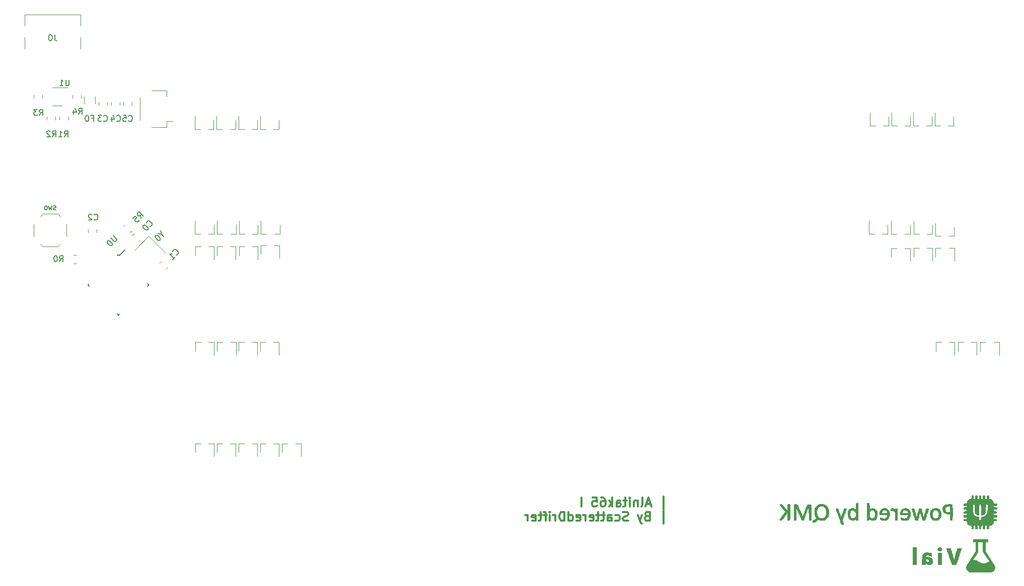
<source format=gbr>
G04 #@! TF.GenerationSoftware,KiCad,Pcbnew,(6.0.4)*
G04 #@! TF.CreationDate,2022-04-01T19:29:57+02:00*
G04 #@! TF.ProjectId,pcb,7063622e-6b69-4636-9164-5f7063625858,rev?*
G04 #@! TF.SameCoordinates,Original*
G04 #@! TF.FileFunction,Legend,Bot*
G04 #@! TF.FilePolarity,Positive*
%FSLAX46Y46*%
G04 Gerber Fmt 4.6, Leading zero omitted, Abs format (unit mm)*
G04 Created by KiCad (PCBNEW (6.0.4)) date 2022-04-01 19:29:57*
%MOMM*%
%LPD*%
G01*
G04 APERTURE LIST*
%ADD10C,0.300000*%
%ADD11C,0.150000*%
%ADD12C,0.010000*%
%ADD13C,0.120000*%
G04 APERTURE END LIST*
D10*
X121290714Y-82371071D02*
X121290714Y-80228214D01*
X119147857Y-81442500D02*
X118433571Y-81442500D01*
X119290714Y-81871071D02*
X118790714Y-80371071D01*
X118290714Y-81871071D01*
X117576428Y-81871071D02*
X117719285Y-81799642D01*
X117790714Y-81656785D01*
X117790714Y-80371071D01*
X117005000Y-80871071D02*
X117005000Y-81871071D01*
X117005000Y-81013928D02*
X116933571Y-80942500D01*
X116790714Y-80871071D01*
X116576428Y-80871071D01*
X116433571Y-80942500D01*
X116362142Y-81085357D01*
X116362142Y-81871071D01*
X115647857Y-81871071D02*
X115647857Y-80871071D01*
X115647857Y-80371071D02*
X115719285Y-80442500D01*
X115647857Y-80513928D01*
X115576428Y-80442500D01*
X115647857Y-80371071D01*
X115647857Y-80513928D01*
X115147857Y-80871071D02*
X114576428Y-80871071D01*
X114933571Y-80371071D02*
X114933571Y-81656785D01*
X114862142Y-81799642D01*
X114719285Y-81871071D01*
X114576428Y-81871071D01*
X113433571Y-81871071D02*
X113433571Y-81085357D01*
X113505000Y-80942500D01*
X113647857Y-80871071D01*
X113933571Y-80871071D01*
X114076428Y-80942500D01*
X113433571Y-81799642D02*
X113576428Y-81871071D01*
X113933571Y-81871071D01*
X114076428Y-81799642D01*
X114147857Y-81656785D01*
X114147857Y-81513928D01*
X114076428Y-81371071D01*
X113933571Y-81299642D01*
X113576428Y-81299642D01*
X113433571Y-81228214D01*
X112719285Y-81871071D02*
X112719285Y-80371071D01*
X112576428Y-81299642D02*
X112147857Y-81871071D01*
X112147857Y-80871071D02*
X112719285Y-81442500D01*
X110862142Y-80371071D02*
X111147857Y-80371071D01*
X111290714Y-80442500D01*
X111362142Y-80513928D01*
X111505000Y-80728214D01*
X111576428Y-81013928D01*
X111576428Y-81585357D01*
X111505000Y-81728214D01*
X111433571Y-81799642D01*
X111290714Y-81871071D01*
X111005000Y-81871071D01*
X110862142Y-81799642D01*
X110790714Y-81728214D01*
X110719285Y-81585357D01*
X110719285Y-81228214D01*
X110790714Y-81085357D01*
X110862142Y-81013928D01*
X111005000Y-80942500D01*
X111290714Y-80942500D01*
X111433571Y-81013928D01*
X111505000Y-81085357D01*
X111576428Y-81228214D01*
X109362142Y-80371071D02*
X110076428Y-80371071D01*
X110147857Y-81085357D01*
X110076428Y-81013928D01*
X109933571Y-80942500D01*
X109576428Y-80942500D01*
X109433571Y-81013928D01*
X109362142Y-81085357D01*
X109290714Y-81228214D01*
X109290714Y-81585357D01*
X109362142Y-81728214D01*
X109433571Y-81799642D01*
X109576428Y-81871071D01*
X109933571Y-81871071D01*
X110076428Y-81799642D01*
X110147857Y-81728214D01*
X107505000Y-81871071D02*
X107505000Y-80371071D01*
X121290714Y-84786071D02*
X121290714Y-82643214D01*
X118576428Y-83500357D02*
X118362142Y-83571785D01*
X118290714Y-83643214D01*
X118219285Y-83786071D01*
X118219285Y-84000357D01*
X118290714Y-84143214D01*
X118362142Y-84214642D01*
X118505000Y-84286071D01*
X119076428Y-84286071D01*
X119076428Y-82786071D01*
X118576428Y-82786071D01*
X118433571Y-82857500D01*
X118362142Y-82928928D01*
X118290714Y-83071785D01*
X118290714Y-83214642D01*
X118362142Y-83357500D01*
X118433571Y-83428928D01*
X118576428Y-83500357D01*
X119076428Y-83500357D01*
X117719285Y-83286071D02*
X117362142Y-84286071D01*
X117005000Y-83286071D02*
X117362142Y-84286071D01*
X117505000Y-84643214D01*
X117576428Y-84714642D01*
X117719285Y-84786071D01*
X115362142Y-84214642D02*
X115147857Y-84286071D01*
X114790714Y-84286071D01*
X114647857Y-84214642D01*
X114576428Y-84143214D01*
X114505000Y-84000357D01*
X114505000Y-83857500D01*
X114576428Y-83714642D01*
X114647857Y-83643214D01*
X114790714Y-83571785D01*
X115076428Y-83500357D01*
X115219285Y-83428928D01*
X115290714Y-83357500D01*
X115362142Y-83214642D01*
X115362142Y-83071785D01*
X115290714Y-82928928D01*
X115219285Y-82857500D01*
X115076428Y-82786071D01*
X114719285Y-82786071D01*
X114505000Y-82857500D01*
X113219285Y-84214642D02*
X113362142Y-84286071D01*
X113647857Y-84286071D01*
X113790714Y-84214642D01*
X113862142Y-84143214D01*
X113933571Y-84000357D01*
X113933571Y-83571785D01*
X113862142Y-83428928D01*
X113790714Y-83357500D01*
X113647857Y-83286071D01*
X113362142Y-83286071D01*
X113219285Y-83357500D01*
X111933571Y-84286071D02*
X111933571Y-83500357D01*
X112005000Y-83357500D01*
X112147857Y-83286071D01*
X112433571Y-83286071D01*
X112576428Y-83357500D01*
X111933571Y-84214642D02*
X112076428Y-84286071D01*
X112433571Y-84286071D01*
X112576428Y-84214642D01*
X112647857Y-84071785D01*
X112647857Y-83928928D01*
X112576428Y-83786071D01*
X112433571Y-83714642D01*
X112076428Y-83714642D01*
X111933571Y-83643214D01*
X111433571Y-83286071D02*
X110862142Y-83286071D01*
X111219285Y-82786071D02*
X111219285Y-84071785D01*
X111147857Y-84214642D01*
X111005000Y-84286071D01*
X110862142Y-84286071D01*
X110576428Y-83286071D02*
X110005000Y-83286071D01*
X110362142Y-82786071D02*
X110362142Y-84071785D01*
X110290714Y-84214642D01*
X110147857Y-84286071D01*
X110005000Y-84286071D01*
X108933571Y-84214642D02*
X109076428Y-84286071D01*
X109362142Y-84286071D01*
X109505000Y-84214642D01*
X109576428Y-84071785D01*
X109576428Y-83500357D01*
X109505000Y-83357500D01*
X109362142Y-83286071D01*
X109076428Y-83286071D01*
X108933571Y-83357500D01*
X108862142Y-83500357D01*
X108862142Y-83643214D01*
X109576428Y-83786071D01*
X108219285Y-84286071D02*
X108219285Y-83286071D01*
X108219285Y-83571785D02*
X108147857Y-83428928D01*
X108076428Y-83357500D01*
X107933571Y-83286071D01*
X107790714Y-83286071D01*
X106719285Y-84214642D02*
X106862142Y-84286071D01*
X107147857Y-84286071D01*
X107290714Y-84214642D01*
X107362142Y-84071785D01*
X107362142Y-83500357D01*
X107290714Y-83357500D01*
X107147857Y-83286071D01*
X106862142Y-83286071D01*
X106719285Y-83357500D01*
X106647857Y-83500357D01*
X106647857Y-83643214D01*
X107362142Y-83786071D01*
X105362142Y-84286071D02*
X105362142Y-82786071D01*
X105362142Y-84214642D02*
X105505000Y-84286071D01*
X105790714Y-84286071D01*
X105933571Y-84214642D01*
X106005000Y-84143214D01*
X106076428Y-84000357D01*
X106076428Y-83571785D01*
X106005000Y-83428928D01*
X105933571Y-83357500D01*
X105790714Y-83286071D01*
X105505000Y-83286071D01*
X105362142Y-83357500D01*
X104647857Y-84286071D02*
X104647857Y-82786071D01*
X104290714Y-82786071D01*
X104076428Y-82857500D01*
X103933571Y-83000357D01*
X103862142Y-83143214D01*
X103790714Y-83428928D01*
X103790714Y-83643214D01*
X103862142Y-83928928D01*
X103933571Y-84071785D01*
X104076428Y-84214642D01*
X104290714Y-84286071D01*
X104647857Y-84286071D01*
X103147857Y-84286071D02*
X103147857Y-83286071D01*
X103147857Y-83571785D02*
X103076428Y-83428928D01*
X103005000Y-83357500D01*
X102862142Y-83286071D01*
X102719285Y-83286071D01*
X102219285Y-84286071D02*
X102219285Y-83286071D01*
X102219285Y-82786071D02*
X102290714Y-82857500D01*
X102219285Y-82928928D01*
X102147857Y-82857500D01*
X102219285Y-82786071D01*
X102219285Y-82928928D01*
X101719285Y-83286071D02*
X101147857Y-83286071D01*
X101505000Y-84286071D02*
X101505000Y-83000357D01*
X101433571Y-82857500D01*
X101290714Y-82786071D01*
X101147857Y-82786071D01*
X100862142Y-83286071D02*
X100290714Y-83286071D01*
X100647857Y-82786071D02*
X100647857Y-84071785D01*
X100576428Y-84214642D01*
X100433571Y-84286071D01*
X100290714Y-84286071D01*
X99219285Y-84214642D02*
X99362142Y-84286071D01*
X99647857Y-84286071D01*
X99790714Y-84214642D01*
X99862142Y-84071785D01*
X99862142Y-83500357D01*
X99790714Y-83357500D01*
X99647857Y-83286071D01*
X99362142Y-83286071D01*
X99219285Y-83357500D01*
X99147857Y-83500357D01*
X99147857Y-83643214D01*
X99862142Y-83786071D01*
X98505000Y-84286071D02*
X98505000Y-83286071D01*
X98505000Y-83571785D02*
X98433571Y-83428928D01*
X98362142Y-83357500D01*
X98219285Y-83286071D01*
X98076428Y-83286071D01*
D11*
X27166666Y-16957142D02*
X27214285Y-17004761D01*
X27357142Y-17052380D01*
X27452380Y-17052380D01*
X27595238Y-17004761D01*
X27690476Y-16909523D01*
X27738095Y-16814285D01*
X27785714Y-16623809D01*
X27785714Y-16480952D01*
X27738095Y-16290476D01*
X27690476Y-16195238D01*
X27595238Y-16100000D01*
X27452380Y-16052380D01*
X27357142Y-16052380D01*
X27214285Y-16100000D01*
X27166666Y-16147619D01*
X26833333Y-16052380D02*
X26214285Y-16052380D01*
X26547619Y-16433333D01*
X26404761Y-16433333D01*
X26309523Y-16480952D01*
X26261904Y-16528571D01*
X26214285Y-16623809D01*
X26214285Y-16861904D01*
X26261904Y-16957142D01*
X26309523Y-17004761D01*
X26404761Y-17052380D01*
X26690476Y-17052380D01*
X26785714Y-17004761D01*
X26833333Y-16957142D01*
X20566666Y-19652380D02*
X20900000Y-19176190D01*
X21138095Y-19652380D02*
X21138095Y-18652380D01*
X20757142Y-18652380D01*
X20661904Y-18700000D01*
X20614285Y-18747619D01*
X20566666Y-18842857D01*
X20566666Y-18985714D01*
X20614285Y-19080952D01*
X20661904Y-19128571D01*
X20757142Y-19176190D01*
X21138095Y-19176190D01*
X19614285Y-19652380D02*
X20185714Y-19652380D01*
X19900000Y-19652380D02*
X19900000Y-18652380D01*
X19995238Y-18795238D01*
X20090476Y-18890476D01*
X20185714Y-18938095D01*
X29366666Y-16957142D02*
X29414285Y-17004761D01*
X29557142Y-17052380D01*
X29652380Y-17052380D01*
X29795238Y-17004761D01*
X29890476Y-16909523D01*
X29938095Y-16814285D01*
X29985714Y-16623809D01*
X29985714Y-16480952D01*
X29938095Y-16290476D01*
X29890476Y-16195238D01*
X29795238Y-16100000D01*
X29652380Y-16052380D01*
X29557142Y-16052380D01*
X29414285Y-16100000D01*
X29366666Y-16147619D01*
X28509523Y-16385714D02*
X28509523Y-17052380D01*
X28747619Y-16004761D02*
X28985714Y-16719047D01*
X28366666Y-16719047D01*
X21361904Y-10052380D02*
X21361904Y-10861904D01*
X21314285Y-10957142D01*
X21266666Y-11004761D01*
X21171428Y-11052380D01*
X20980952Y-11052380D01*
X20885714Y-11004761D01*
X20838095Y-10957142D01*
X20790476Y-10861904D01*
X20790476Y-10052380D01*
X19790476Y-11052380D02*
X20361904Y-11052380D01*
X20076190Y-11052380D02*
X20076190Y-10052380D01*
X20171428Y-10195238D01*
X20266666Y-10290476D01*
X20361904Y-10338095D01*
X25566666Y-33557142D02*
X25614285Y-33604761D01*
X25757142Y-33652380D01*
X25852380Y-33652380D01*
X25995238Y-33604761D01*
X26090476Y-33509523D01*
X26138095Y-33414285D01*
X26185714Y-33223809D01*
X26185714Y-33080952D01*
X26138095Y-32890476D01*
X26090476Y-32795238D01*
X25995238Y-32700000D01*
X25852380Y-32652380D01*
X25757142Y-32652380D01*
X25614285Y-32700000D01*
X25566666Y-32747619D01*
X25185714Y-32747619D02*
X25138095Y-32700000D01*
X25042857Y-32652380D01*
X24804761Y-32652380D01*
X24709523Y-32700000D01*
X24661904Y-32747619D01*
X24614285Y-32842857D01*
X24614285Y-32938095D01*
X24661904Y-33080952D01*
X25233333Y-33652380D01*
X24614285Y-33652380D01*
X19133333Y-31933333D02*
X19033333Y-31966666D01*
X18866666Y-31966666D01*
X18800000Y-31933333D01*
X18766666Y-31900000D01*
X18733333Y-31833333D01*
X18733333Y-31766666D01*
X18766666Y-31700000D01*
X18800000Y-31666666D01*
X18866666Y-31633333D01*
X19000000Y-31600000D01*
X19066666Y-31566666D01*
X19100000Y-31533333D01*
X19133333Y-31466666D01*
X19133333Y-31400000D01*
X19100000Y-31333333D01*
X19066666Y-31300000D01*
X19000000Y-31266666D01*
X18833333Y-31266666D01*
X18733333Y-31300000D01*
X18500000Y-31266666D02*
X18333333Y-31966666D01*
X18200000Y-31466666D01*
X18066666Y-31966666D01*
X17900000Y-31266666D01*
X17500000Y-31266666D02*
X17433333Y-31266666D01*
X17366666Y-31300000D01*
X17333333Y-31333333D01*
X17300000Y-31400000D01*
X17266666Y-31533333D01*
X17266666Y-31700000D01*
X17300000Y-31833333D01*
X17333333Y-31900000D01*
X17366666Y-31933333D01*
X17433333Y-31966666D01*
X17500000Y-31966666D01*
X17566666Y-31933333D01*
X17600000Y-31900000D01*
X17633333Y-31833333D01*
X17666666Y-31700000D01*
X17666666Y-31533333D01*
X17633333Y-31400000D01*
X17600000Y-31333333D01*
X17566666Y-31300000D01*
X17500000Y-31266666D01*
X18566666Y-19652380D02*
X18900000Y-19176190D01*
X19138095Y-19652380D02*
X19138095Y-18652380D01*
X18757142Y-18652380D01*
X18661904Y-18700000D01*
X18614285Y-18747619D01*
X18566666Y-18842857D01*
X18566666Y-18985714D01*
X18614285Y-19080952D01*
X18661904Y-19128571D01*
X18757142Y-19176190D01*
X19138095Y-19176190D01*
X18185714Y-18747619D02*
X18138095Y-18700000D01*
X18042857Y-18652380D01*
X17804761Y-18652380D01*
X17709523Y-18700000D01*
X17661904Y-18747619D01*
X17614285Y-18842857D01*
X17614285Y-18938095D01*
X17661904Y-19080952D01*
X18233333Y-19652380D01*
X17614285Y-19652380D01*
X34970389Y-34734687D02*
X35037732Y-34734687D01*
X35172419Y-34667343D01*
X35239763Y-34600000D01*
X35307106Y-34465312D01*
X35307106Y-34330625D01*
X35273435Y-34229610D01*
X35172419Y-34061251D01*
X35071404Y-33960236D01*
X34903045Y-33859221D01*
X34802030Y-33825549D01*
X34667343Y-33825549D01*
X34532656Y-33892893D01*
X34465312Y-33960236D01*
X34397969Y-34094923D01*
X34397969Y-34162267D01*
X33892893Y-34532656D02*
X33825549Y-34600000D01*
X33791877Y-34701015D01*
X33791877Y-34768358D01*
X33825549Y-34869374D01*
X33926564Y-35037732D01*
X34094923Y-35206091D01*
X34263282Y-35307106D01*
X34364297Y-35340778D01*
X34431641Y-35340778D01*
X34532656Y-35307106D01*
X34600000Y-35239763D01*
X34633671Y-35138748D01*
X34633671Y-35071404D01*
X34600000Y-34970389D01*
X34498984Y-34802030D01*
X34330625Y-34633671D01*
X34162267Y-34532656D01*
X34061251Y-34498984D01*
X33993908Y-34498984D01*
X33892893Y-34532656D01*
X36919881Y-36046446D02*
X37256599Y-36383164D01*
X36785194Y-35440355D02*
X36919881Y-36046446D01*
X36313790Y-35911759D01*
X35943400Y-36282148D02*
X35876057Y-36349492D01*
X35842385Y-36450507D01*
X35842385Y-36517851D01*
X35876057Y-36618866D01*
X35977072Y-36787225D01*
X36145431Y-36955583D01*
X36313790Y-37056599D01*
X36414805Y-37090270D01*
X36482148Y-37090270D01*
X36583164Y-37056599D01*
X36650507Y-36989255D01*
X36684179Y-36888240D01*
X36684179Y-36820896D01*
X36650507Y-36719881D01*
X36549492Y-36551522D01*
X36381133Y-36383164D01*
X36212774Y-36282148D01*
X36111759Y-36248477D01*
X36044416Y-36248477D01*
X35943400Y-36282148D01*
X33437732Y-33402030D02*
X33336717Y-32829610D01*
X33841793Y-32997969D02*
X33134687Y-32290862D01*
X32865312Y-32560236D01*
X32831641Y-32661251D01*
X32831641Y-32728595D01*
X32865312Y-32829610D01*
X32966328Y-32930625D01*
X33067343Y-32964297D01*
X33134687Y-32964297D01*
X33235702Y-32930625D01*
X33505076Y-32661251D01*
X32090862Y-33334687D02*
X32427580Y-32997969D01*
X32797969Y-33301015D01*
X32730625Y-33301015D01*
X32629610Y-33334687D01*
X32461251Y-33503045D01*
X32427580Y-33604061D01*
X32427580Y-33671404D01*
X32461251Y-33772419D01*
X32629610Y-33940778D01*
X32730625Y-33974450D01*
X32797969Y-33974450D01*
X32898984Y-33940778D01*
X33067343Y-33772419D01*
X33101015Y-33671404D01*
X33101015Y-33604061D01*
X25133333Y-16528571D02*
X25466666Y-16528571D01*
X25466666Y-17052380D02*
X25466666Y-16052380D01*
X24990476Y-16052380D01*
X24419047Y-16052380D02*
X24323809Y-16052380D01*
X24228571Y-16100000D01*
X24180952Y-16147619D01*
X24133333Y-16242857D01*
X24085714Y-16433333D01*
X24085714Y-16671428D01*
X24133333Y-16861904D01*
X24180952Y-16957142D01*
X24228571Y-17004761D01*
X24323809Y-17052380D01*
X24419047Y-17052380D01*
X24514285Y-17004761D01*
X24561904Y-16957142D01*
X24609523Y-16861904D01*
X24657142Y-16671428D01*
X24657142Y-16433333D01*
X24609523Y-16242857D01*
X24561904Y-16147619D01*
X24514285Y-16100000D01*
X24419047Y-16052380D01*
X22966666Y-15852380D02*
X23300000Y-15376190D01*
X23538095Y-15852380D02*
X23538095Y-14852380D01*
X23157142Y-14852380D01*
X23061904Y-14900000D01*
X23014285Y-14947619D01*
X22966666Y-15042857D01*
X22966666Y-15185714D01*
X23014285Y-15280952D01*
X23061904Y-15328571D01*
X23157142Y-15376190D01*
X23538095Y-15376190D01*
X22109523Y-15185714D02*
X22109523Y-15852380D01*
X22347619Y-14804761D02*
X22585714Y-15519047D01*
X21966666Y-15519047D01*
X28751522Y-36274026D02*
X29323942Y-36846446D01*
X29357614Y-36947461D01*
X29357614Y-37014805D01*
X29323942Y-37115820D01*
X29189255Y-37250507D01*
X29088240Y-37284179D01*
X29020896Y-37284179D01*
X28919881Y-37250507D01*
X28347461Y-36678087D01*
X27876057Y-37149492D02*
X27808713Y-37216835D01*
X27775042Y-37317851D01*
X27775042Y-37385194D01*
X27808713Y-37486209D01*
X27909729Y-37654568D01*
X28078087Y-37822927D01*
X28246446Y-37923942D01*
X28347461Y-37957614D01*
X28414805Y-37957614D01*
X28515820Y-37923942D01*
X28583164Y-37856599D01*
X28616835Y-37755583D01*
X28616835Y-37688240D01*
X28583164Y-37587225D01*
X28482148Y-37418866D01*
X28313790Y-37250507D01*
X28145431Y-37149492D01*
X28044416Y-37115820D01*
X27977072Y-37115820D01*
X27876057Y-37149492D01*
X31366666Y-16957142D02*
X31414285Y-17004761D01*
X31557142Y-17052380D01*
X31652380Y-17052380D01*
X31795238Y-17004761D01*
X31890476Y-16909523D01*
X31938095Y-16814285D01*
X31985714Y-16623809D01*
X31985714Y-16480952D01*
X31938095Y-16290476D01*
X31890476Y-16195238D01*
X31795238Y-16100000D01*
X31652380Y-16052380D01*
X31557142Y-16052380D01*
X31414285Y-16100000D01*
X31366666Y-16147619D01*
X30461904Y-16052380D02*
X30938095Y-16052380D01*
X30985714Y-16528571D01*
X30938095Y-16480952D01*
X30842857Y-16433333D01*
X30604761Y-16433333D01*
X30509523Y-16480952D01*
X30461904Y-16528571D01*
X30414285Y-16623809D01*
X30414285Y-16861904D01*
X30461904Y-16957142D01*
X30509523Y-17004761D01*
X30604761Y-17052380D01*
X30842857Y-17052380D01*
X30938095Y-17004761D01*
X30985714Y-16957142D01*
X18933333Y-2452380D02*
X18933333Y-3166666D01*
X18980952Y-3309523D01*
X19076190Y-3404761D01*
X19219047Y-3452380D01*
X19314285Y-3452380D01*
X18266666Y-2452380D02*
X18171428Y-2452380D01*
X18076190Y-2500000D01*
X18028571Y-2547619D01*
X17980952Y-2642857D01*
X17933333Y-2833333D01*
X17933333Y-3071428D01*
X17980952Y-3261904D01*
X18028571Y-3357142D01*
X18076190Y-3404761D01*
X18171428Y-3452380D01*
X18266666Y-3452380D01*
X18361904Y-3404761D01*
X18409523Y-3357142D01*
X18457142Y-3261904D01*
X18504761Y-3071428D01*
X18504761Y-2833333D01*
X18457142Y-2642857D01*
X18409523Y-2547619D01*
X18361904Y-2500000D01*
X18266666Y-2452380D01*
X19766666Y-40652380D02*
X20100000Y-40176190D01*
X20338095Y-40652380D02*
X20338095Y-39652380D01*
X19957142Y-39652380D01*
X19861904Y-39700000D01*
X19814285Y-39747619D01*
X19766666Y-39842857D01*
X19766666Y-39985714D01*
X19814285Y-40080952D01*
X19861904Y-40128571D01*
X19957142Y-40176190D01*
X20338095Y-40176190D01*
X19147619Y-39652380D02*
X19052380Y-39652380D01*
X18957142Y-39700000D01*
X18909523Y-39747619D01*
X18861904Y-39842857D01*
X18814285Y-40033333D01*
X18814285Y-40271428D01*
X18861904Y-40461904D01*
X18909523Y-40557142D01*
X18957142Y-40604761D01*
X19052380Y-40652380D01*
X19147619Y-40652380D01*
X19242857Y-40604761D01*
X19290476Y-40557142D01*
X19338095Y-40461904D01*
X19385714Y-40271428D01*
X19385714Y-40033333D01*
X19338095Y-39842857D01*
X19290476Y-39747619D01*
X19242857Y-39700000D01*
X19147619Y-39652380D01*
X16366666Y-16052380D02*
X16700000Y-15576190D01*
X16938095Y-16052380D02*
X16938095Y-15052380D01*
X16557142Y-15052380D01*
X16461904Y-15100000D01*
X16414285Y-15147619D01*
X16366666Y-15242857D01*
X16366666Y-15385714D01*
X16414285Y-15480952D01*
X16461904Y-15528571D01*
X16557142Y-15576190D01*
X16938095Y-15576190D01*
X16033333Y-15052380D02*
X15414285Y-15052380D01*
X15747619Y-15433333D01*
X15604761Y-15433333D01*
X15509523Y-15480952D01*
X15461904Y-15528571D01*
X15414285Y-15623809D01*
X15414285Y-15861904D01*
X15461904Y-15957142D01*
X15509523Y-16004761D01*
X15604761Y-16052380D01*
X15890476Y-16052380D01*
X15985714Y-16004761D01*
X16033333Y-15957142D01*
X39370389Y-39534687D02*
X39437732Y-39534687D01*
X39572419Y-39467343D01*
X39639763Y-39400000D01*
X39707106Y-39265312D01*
X39707106Y-39130625D01*
X39673435Y-39029610D01*
X39572419Y-38861251D01*
X39471404Y-38760236D01*
X39303045Y-38659221D01*
X39202030Y-38625549D01*
X39067343Y-38625549D01*
X38932656Y-38692893D01*
X38865312Y-38760236D01*
X38797969Y-38894923D01*
X38797969Y-38962267D01*
X38764297Y-40275465D02*
X39168358Y-39871404D01*
X38966328Y-40073435D02*
X38259221Y-39366328D01*
X38427580Y-39400000D01*
X38562267Y-39400000D01*
X38663282Y-39366328D01*
G36*
X163815200Y-91597000D02*
G01*
X163205600Y-91597000D01*
X163205600Y-88752200D01*
X163815200Y-88752200D01*
X163815200Y-91597000D01*
G37*
D12*
X163815200Y-91597000D02*
X163205600Y-91597000D01*
X163205600Y-88752200D01*
X163815200Y-88752200D01*
X163815200Y-91597000D01*
G36*
X176489800Y-91103469D02*
G01*
X176490983Y-91114804D01*
X176509852Y-91144033D01*
X176529135Y-91164192D01*
X176567148Y-91217154D01*
X176613744Y-91289955D01*
X176655057Y-91355254D01*
X176701490Y-91423077D01*
X176733392Y-91463220D01*
X176752477Y-91487926D01*
X176769200Y-91535314D01*
X176771715Y-91551151D01*
X176794117Y-91571600D01*
X176814574Y-91587528D01*
X176834970Y-91635100D01*
X176849995Y-91677132D01*
X176868666Y-91698600D01*
X176883730Y-91711368D01*
X176911107Y-91758006D01*
X176940085Y-91822545D01*
X176963053Y-91887587D01*
X176972400Y-91935734D01*
X176975929Y-91957159D01*
X176997800Y-91978000D01*
X177010197Y-91998194D01*
X177019641Y-92057733D01*
X177023200Y-92144599D01*
X177020958Y-92221926D01*
X177012271Y-92281586D01*
X176997800Y-92295500D01*
X176981983Y-92297454D01*
X176972400Y-92333362D01*
X176955905Y-92412533D01*
X176904919Y-92514347D01*
X176829303Y-92619086D01*
X176739136Y-92714727D01*
X176644500Y-92789247D01*
X176555475Y-92830623D01*
X176511359Y-92847203D01*
X176489800Y-92868220D01*
X176488236Y-92872203D01*
X176455783Y-92888119D01*
X176394550Y-92899859D01*
X176375145Y-92900938D01*
X176305149Y-92902570D01*
X176191426Y-92904027D01*
X176038363Y-92905290D01*
X175850345Y-92906339D01*
X175631757Y-92907157D01*
X175386985Y-92907725D01*
X175120413Y-92908024D01*
X174836427Y-92908036D01*
X174539413Y-92907742D01*
X174498877Y-92907679D01*
X174138764Y-92906861D01*
X173826700Y-92905629D01*
X173560194Y-92903935D01*
X173336758Y-92901735D01*
X173153900Y-92898983D01*
X173009132Y-92895634D01*
X172899964Y-92891643D01*
X172823905Y-92886965D01*
X172778467Y-92881553D01*
X172761159Y-92875363D01*
X172732751Y-92851770D01*
X172676266Y-92828930D01*
X172673679Y-92828246D01*
X172624681Y-92804630D01*
X172560143Y-92754640D01*
X172474821Y-92673722D01*
X172363472Y-92557324D01*
X172332170Y-92507324D01*
X172307985Y-92436674D01*
X172307457Y-92434095D01*
X172290070Y-92380970D01*
X172270225Y-92359000D01*
X172265263Y-92353216D01*
X172256407Y-92309116D01*
X172250286Y-92231066D01*
X172248000Y-92130400D01*
X172248572Y-92079354D01*
X172252926Y-91988267D01*
X172260633Y-91925305D01*
X172270574Y-91901800D01*
X172273799Y-91900974D01*
X172293195Y-91871506D01*
X172309825Y-91812900D01*
X172312292Y-91800759D01*
X172329246Y-91746177D01*
X172346752Y-91724000D01*
X172351926Y-91722106D01*
X172379935Y-91691419D01*
X172414877Y-91635100D01*
X172425175Y-91616660D01*
X172458081Y-91566383D01*
X172479623Y-91546200D01*
X172494812Y-91530186D01*
X172512431Y-91482700D01*
X172529209Y-91440751D01*
X172553284Y-91419200D01*
X172563405Y-91416238D01*
X172578200Y-91385050D01*
X172578772Y-91379759D01*
X172599334Y-91334838D01*
X172640254Y-91278685D01*
X172650487Y-91266273D01*
X172682950Y-91216494D01*
X172689555Y-91185834D01*
X172686969Y-91180276D01*
X172699702Y-91165200D01*
X172705361Y-91163339D01*
X172734887Y-91132679D01*
X172770477Y-91076300D01*
X172780775Y-91057860D01*
X172813681Y-91007583D01*
X172835223Y-90987400D01*
X172850412Y-90971386D01*
X172868031Y-90923900D01*
X172869916Y-90919188D01*
X173255734Y-90919188D01*
X173355117Y-90900016D01*
X173381607Y-90894970D01*
X173435529Y-90886287D01*
X173484574Y-90883264D01*
X173542521Y-90886357D01*
X173623153Y-90896017D01*
X173740250Y-90912701D01*
X173775624Y-90918122D01*
X173864587Y-90934582D01*
X173926547Y-90950312D01*
X173949800Y-90962531D01*
X173966885Y-90979820D01*
X174015356Y-90998346D01*
X174024737Y-91001069D01*
X174093386Y-91031253D01*
X174179236Y-91079436D01*
X174263218Y-91134220D01*
X174326265Y-91184205D01*
X174346642Y-91200213D01*
X174385229Y-91216000D01*
X174406714Y-91222926D01*
X174448729Y-91254100D01*
X174477579Y-91274928D01*
X174535815Y-91292200D01*
X174563582Y-91296203D01*
X174584800Y-91314773D01*
X174590054Y-91322196D01*
X174628789Y-91340894D01*
X174688845Y-91359157D01*
X174750579Y-91371560D01*
X174794350Y-91372675D01*
X174799217Y-91372428D01*
X174813400Y-91393800D01*
X174815729Y-91399242D01*
X174850435Y-91413487D01*
X174913501Y-91419200D01*
X174932826Y-91419664D01*
X174995997Y-91428364D01*
X175029300Y-91444600D01*
X175029466Y-91444853D01*
X175061803Y-91457530D01*
X175130097Y-91466559D01*
X175219800Y-91470000D01*
X175221549Y-91469998D01*
X175310991Y-91466438D01*
X175378757Y-91457325D01*
X175410300Y-91444600D01*
X175435693Y-91428225D01*
X175490431Y-91419200D01*
X175494157Y-91419123D01*
X175555409Y-91406278D01*
X175627407Y-91377837D01*
X175690133Y-91343071D01*
X175723567Y-91311250D01*
X175726173Y-91306954D01*
X175759051Y-91292200D01*
X175774222Y-91286689D01*
X175821977Y-91256845D01*
X175885336Y-91210640D01*
X175950232Y-91158996D01*
X176002598Y-91112837D01*
X176028367Y-91083084D01*
X176034844Y-91075235D01*
X176072817Y-91063600D01*
X176088383Y-91061084D01*
X176108800Y-91038200D01*
X176108062Y-91032128D01*
X176083400Y-91012800D01*
X176073934Y-91010481D01*
X176058000Y-90980790D01*
X176057390Y-90975738D01*
X176035983Y-90933013D01*
X175993473Y-90879190D01*
X175981303Y-90865767D01*
X175949215Y-90825717D01*
X175943662Y-90809600D01*
X175944102Y-90809572D01*
X175938450Y-90792684D01*
X175906590Y-90754010D01*
X175870454Y-90709858D01*
X175854800Y-90679624D01*
X175850268Y-90665184D01*
X175823050Y-90627258D01*
X175799391Y-90598063D01*
X175754488Y-90536335D01*
X175702400Y-90460393D01*
X175658196Y-90397508D01*
X175617366Y-90346597D01*
X175594450Y-90327049D01*
X175589554Y-90326145D01*
X175575400Y-90300571D01*
X175573102Y-90289925D01*
X175549805Y-90243080D01*
X175511663Y-90183582D01*
X175471478Y-90130433D01*
X175442050Y-90102633D01*
X175439209Y-90101098D01*
X175423000Y-90069854D01*
X175420403Y-90058821D01*
X175396608Y-90012504D01*
X175358344Y-89953725D01*
X175318421Y-89901297D01*
X175289650Y-89874033D01*
X175286358Y-89872192D01*
X175270600Y-89840469D01*
X175266011Y-89822394D01*
X175238850Y-89779967D01*
X175193801Y-89728540D01*
X175155234Y-89678974D01*
X175143600Y-89652628D01*
X175143553Y-89651871D01*
X175127944Y-89621113D01*
X175092800Y-89571930D01*
X175086288Y-89563324D01*
X175073665Y-89542347D01*
X175063696Y-89514760D01*
X175056068Y-89475038D01*
X175050469Y-89417660D01*
X175046589Y-89337100D01*
X175044113Y-89227835D01*
X175042732Y-89084342D01*
X175042131Y-88901096D01*
X175042000Y-88672574D01*
X175042000Y-87837800D01*
X174203800Y-87837800D01*
X174203800Y-88677072D01*
X174203384Y-88870417D01*
X174201369Y-89104021D01*
X174197698Y-89289027D01*
X174192388Y-89424893D01*
X174185456Y-89511072D01*
X174176919Y-89547022D01*
X174162287Y-89565306D01*
X174121444Y-89622928D01*
X174070889Y-89699235D01*
X174018265Y-89782078D01*
X173971213Y-89859312D01*
X173937377Y-89918788D01*
X173924400Y-89948360D01*
X173924121Y-89952237D01*
X173904820Y-89971400D01*
X173893343Y-89979326D01*
X173861783Y-90020734D01*
X173822800Y-90085700D01*
X173798811Y-90127616D01*
X173764732Y-90179665D01*
X173744781Y-90200000D01*
X173740484Y-90201952D01*
X173715130Y-90232687D01*
X173681324Y-90288900D01*
X173671040Y-90307277D01*
X173637753Y-90357597D01*
X173615536Y-90377800D01*
X173600195Y-90390716D01*
X173579789Y-90434950D01*
X173565469Y-90472854D01*
X173546327Y-90504800D01*
X173537912Y-90514535D01*
X173504680Y-90559189D01*
X173454083Y-90630425D01*
X173393217Y-90718344D01*
X173255734Y-90919188D01*
X172869916Y-90919188D01*
X172884809Y-90881951D01*
X172908884Y-90860400D01*
X172919759Y-90856738D01*
X172933800Y-90824114D01*
X172939953Y-90798018D01*
X172970935Y-90750694D01*
X172996819Y-90716951D01*
X173042641Y-90648648D01*
X173101281Y-90556433D01*
X173166159Y-90450430D01*
X173166878Y-90449234D01*
X173229308Y-90346464D01*
X173282824Y-90260451D01*
X173321754Y-90200170D01*
X173340428Y-90174600D01*
X173349550Y-90164773D01*
X173373642Y-90123800D01*
X173375061Y-90120673D01*
X173405093Y-90064227D01*
X173441147Y-90006739D01*
X173468752Y-89971400D01*
X173470093Y-89970003D01*
X173492686Y-89938368D01*
X173532915Y-89876842D01*
X173583052Y-89797203D01*
X173584369Y-89795078D01*
X173640473Y-89705239D01*
X173691963Y-89623962D01*
X173727846Y-89568603D01*
X173762892Y-89510132D01*
X173787959Y-89457049D01*
X173799719Y-89433217D01*
X173825763Y-89412599D01*
X173828169Y-89408239D01*
X173833593Y-89364338D01*
X173838405Y-89277965D01*
X173842440Y-89154992D01*
X173845529Y-89001291D01*
X173847505Y-88822736D01*
X173848200Y-88625200D01*
X173848200Y-87837800D01*
X173416400Y-87837800D01*
X173416400Y-87405507D01*
X174629250Y-87412103D01*
X175842100Y-87418700D01*
X175849478Y-87628250D01*
X175856855Y-87837800D01*
X175397600Y-87837800D01*
X175397600Y-88603151D01*
X175397604Y-88657675D01*
X175397804Y-88864408D01*
X175398594Y-89027736D01*
X175400367Y-89153667D01*
X175403517Y-89248211D01*
X175408437Y-89317375D01*
X175415518Y-89367168D01*
X175425156Y-89403598D01*
X175437742Y-89432673D01*
X175453669Y-89460401D01*
X175467531Y-89482422D01*
X175505152Y-89535493D01*
X175529869Y-89560766D01*
X175536694Y-89565552D01*
X175550000Y-89601405D01*
X175554757Y-89619133D01*
X175582296Y-89672243D01*
X175626200Y-89738769D01*
X175653736Y-89777731D01*
X175688721Y-89831092D01*
X175702400Y-89857952D01*
X175705474Y-89867892D01*
X175729462Y-89902622D01*
X175732555Y-89906377D01*
X175762946Y-89949444D01*
X175814119Y-90026806D01*
X175881265Y-90130908D01*
X175959579Y-90254190D01*
X176044253Y-90389096D01*
X176130481Y-90528068D01*
X176213455Y-90663550D01*
X176254838Y-90730139D01*
X176307736Y-90810483D01*
X176347715Y-90865437D01*
X176368362Y-90885800D01*
X176376390Y-90888743D01*
X176388200Y-90920013D01*
X176402503Y-90960242D01*
X176439000Y-91012800D01*
X176457014Y-91038200D01*
X176474313Y-91062593D01*
X176489800Y-91103469D01*
G37*
X176489800Y-91103469D02*
X176490983Y-91114804D01*
X176509852Y-91144033D01*
X176529135Y-91164192D01*
X176567148Y-91217154D01*
X176613744Y-91289955D01*
X176655057Y-91355254D01*
X176701490Y-91423077D01*
X176733392Y-91463220D01*
X176752477Y-91487926D01*
X176769200Y-91535314D01*
X176771715Y-91551151D01*
X176794117Y-91571600D01*
X176814574Y-91587528D01*
X176834970Y-91635100D01*
X176849995Y-91677132D01*
X176868666Y-91698600D01*
X176883730Y-91711368D01*
X176911107Y-91758006D01*
X176940085Y-91822545D01*
X176963053Y-91887587D01*
X176972400Y-91935734D01*
X176975929Y-91957159D01*
X176997800Y-91978000D01*
X177010197Y-91998194D01*
X177019641Y-92057733D01*
X177023200Y-92144599D01*
X177020958Y-92221926D01*
X177012271Y-92281586D01*
X176997800Y-92295500D01*
X176981983Y-92297454D01*
X176972400Y-92333362D01*
X176955905Y-92412533D01*
X176904919Y-92514347D01*
X176829303Y-92619086D01*
X176739136Y-92714727D01*
X176644500Y-92789247D01*
X176555475Y-92830623D01*
X176511359Y-92847203D01*
X176489800Y-92868220D01*
X176488236Y-92872203D01*
X176455783Y-92888119D01*
X176394550Y-92899859D01*
X176375145Y-92900938D01*
X176305149Y-92902570D01*
X176191426Y-92904027D01*
X176038363Y-92905290D01*
X175850345Y-92906339D01*
X175631757Y-92907157D01*
X175386985Y-92907725D01*
X175120413Y-92908024D01*
X174836427Y-92908036D01*
X174539413Y-92907742D01*
X174498877Y-92907679D01*
X174138764Y-92906861D01*
X173826700Y-92905629D01*
X173560194Y-92903935D01*
X173336758Y-92901735D01*
X173153900Y-92898983D01*
X173009132Y-92895634D01*
X172899964Y-92891643D01*
X172823905Y-92886965D01*
X172778467Y-92881553D01*
X172761159Y-92875363D01*
X172732751Y-92851770D01*
X172676266Y-92828930D01*
X172673679Y-92828246D01*
X172624681Y-92804630D01*
X172560143Y-92754640D01*
X172474821Y-92673722D01*
X172363472Y-92557324D01*
X172332170Y-92507324D01*
X172307985Y-92436674D01*
X172307457Y-92434095D01*
X172290070Y-92380970D01*
X172270225Y-92359000D01*
X172265263Y-92353216D01*
X172256407Y-92309116D01*
X172250286Y-92231066D01*
X172248000Y-92130400D01*
X172248572Y-92079354D01*
X172252926Y-91988267D01*
X172260633Y-91925305D01*
X172270574Y-91901800D01*
X172273799Y-91900974D01*
X172293195Y-91871506D01*
X172309825Y-91812900D01*
X172312292Y-91800759D01*
X172329246Y-91746177D01*
X172346752Y-91724000D01*
X172351926Y-91722106D01*
X172379935Y-91691419D01*
X172414877Y-91635100D01*
X172425175Y-91616660D01*
X172458081Y-91566383D01*
X172479623Y-91546200D01*
X172494812Y-91530186D01*
X172512431Y-91482700D01*
X172529209Y-91440751D01*
X172553284Y-91419200D01*
X172563405Y-91416238D01*
X172578200Y-91385050D01*
X172578772Y-91379759D01*
X172599334Y-91334838D01*
X172640254Y-91278685D01*
X172650487Y-91266273D01*
X172682950Y-91216494D01*
X172689555Y-91185834D01*
X172686969Y-91180276D01*
X172699702Y-91165200D01*
X172705361Y-91163339D01*
X172734887Y-91132679D01*
X172770477Y-91076300D01*
X172780775Y-91057860D01*
X172813681Y-91007583D01*
X172835223Y-90987400D01*
X172850412Y-90971386D01*
X172868031Y-90923900D01*
X172869916Y-90919188D01*
X173255734Y-90919188D01*
X173355117Y-90900016D01*
X173381607Y-90894970D01*
X173435529Y-90886287D01*
X173484574Y-90883264D01*
X173542521Y-90886357D01*
X173623153Y-90896017D01*
X173740250Y-90912701D01*
X173775624Y-90918122D01*
X173864587Y-90934582D01*
X173926547Y-90950312D01*
X173949800Y-90962531D01*
X173966885Y-90979820D01*
X174015356Y-90998346D01*
X174024737Y-91001069D01*
X174093386Y-91031253D01*
X174179236Y-91079436D01*
X174263218Y-91134220D01*
X174326265Y-91184205D01*
X174346642Y-91200213D01*
X174385229Y-91216000D01*
X174406714Y-91222926D01*
X174448729Y-91254100D01*
X174477579Y-91274928D01*
X174535815Y-91292200D01*
X174563582Y-91296203D01*
X174584800Y-91314773D01*
X174590054Y-91322196D01*
X174628789Y-91340894D01*
X174688845Y-91359157D01*
X174750579Y-91371560D01*
X174794350Y-91372675D01*
X174799217Y-91372428D01*
X174813400Y-91393800D01*
X174815729Y-91399242D01*
X174850435Y-91413487D01*
X174913501Y-91419200D01*
X174932826Y-91419664D01*
X174995997Y-91428364D01*
X175029300Y-91444600D01*
X175029466Y-91444853D01*
X175061803Y-91457530D01*
X175130097Y-91466559D01*
X175219800Y-91470000D01*
X175221549Y-91469998D01*
X175310991Y-91466438D01*
X175378757Y-91457325D01*
X175410300Y-91444600D01*
X175435693Y-91428225D01*
X175490431Y-91419200D01*
X175494157Y-91419123D01*
X175555409Y-91406278D01*
X175627407Y-91377837D01*
X175690133Y-91343071D01*
X175723567Y-91311250D01*
X175726173Y-91306954D01*
X175759051Y-91292200D01*
X175774222Y-91286689D01*
X175821977Y-91256845D01*
X175885336Y-91210640D01*
X175950232Y-91158996D01*
X176002598Y-91112837D01*
X176028367Y-91083084D01*
X176034844Y-91075235D01*
X176072817Y-91063600D01*
X176088383Y-91061084D01*
X176108800Y-91038200D01*
X176108062Y-91032128D01*
X176083400Y-91012800D01*
X176073934Y-91010481D01*
X176058000Y-90980790D01*
X176057390Y-90975738D01*
X176035983Y-90933013D01*
X175993473Y-90879190D01*
X175981303Y-90865767D01*
X175949215Y-90825717D01*
X175943662Y-90809600D01*
X175944102Y-90809572D01*
X175938450Y-90792684D01*
X175906590Y-90754010D01*
X175870454Y-90709858D01*
X175854800Y-90679624D01*
X175850268Y-90665184D01*
X175823050Y-90627258D01*
X175799391Y-90598063D01*
X175754488Y-90536335D01*
X175702400Y-90460393D01*
X175658196Y-90397508D01*
X175617366Y-90346597D01*
X175594450Y-90327049D01*
X175589554Y-90326145D01*
X175575400Y-90300571D01*
X175573102Y-90289925D01*
X175549805Y-90243080D01*
X175511663Y-90183582D01*
X175471478Y-90130433D01*
X175442050Y-90102633D01*
X175439209Y-90101098D01*
X175423000Y-90069854D01*
X175420403Y-90058821D01*
X175396608Y-90012504D01*
X175358344Y-89953725D01*
X175318421Y-89901297D01*
X175289650Y-89874033D01*
X175286358Y-89872192D01*
X175270600Y-89840469D01*
X175266011Y-89822394D01*
X175238850Y-89779967D01*
X175193801Y-89728540D01*
X175155234Y-89678974D01*
X175143600Y-89652628D01*
X175143553Y-89651871D01*
X175127944Y-89621113D01*
X175092800Y-89571930D01*
X175086288Y-89563324D01*
X175073665Y-89542347D01*
X175063696Y-89514760D01*
X175056068Y-89475038D01*
X175050469Y-89417660D01*
X175046589Y-89337100D01*
X175044113Y-89227835D01*
X175042732Y-89084342D01*
X175042131Y-88901096D01*
X175042000Y-88672574D01*
X175042000Y-87837800D01*
X174203800Y-87837800D01*
X174203800Y-88677072D01*
X174203384Y-88870417D01*
X174201369Y-89104021D01*
X174197698Y-89289027D01*
X174192388Y-89424893D01*
X174185456Y-89511072D01*
X174176919Y-89547022D01*
X174162287Y-89565306D01*
X174121444Y-89622928D01*
X174070889Y-89699235D01*
X174018265Y-89782078D01*
X173971213Y-89859312D01*
X173937377Y-89918788D01*
X173924400Y-89948360D01*
X173924121Y-89952237D01*
X173904820Y-89971400D01*
X173893343Y-89979326D01*
X173861783Y-90020734D01*
X173822800Y-90085700D01*
X173798811Y-90127616D01*
X173764732Y-90179665D01*
X173744781Y-90200000D01*
X173740484Y-90201952D01*
X173715130Y-90232687D01*
X173681324Y-90288900D01*
X173671040Y-90307277D01*
X173637753Y-90357597D01*
X173615536Y-90377800D01*
X173600195Y-90390716D01*
X173579789Y-90434950D01*
X173565469Y-90472854D01*
X173546327Y-90504800D01*
X173537912Y-90514535D01*
X173504680Y-90559189D01*
X173454083Y-90630425D01*
X173393217Y-90718344D01*
X173255734Y-90919188D01*
X172869916Y-90919188D01*
X172884809Y-90881951D01*
X172908884Y-90860400D01*
X172919759Y-90856738D01*
X172933800Y-90824114D01*
X172939953Y-90798018D01*
X172970935Y-90750694D01*
X172996819Y-90716951D01*
X173042641Y-90648648D01*
X173101281Y-90556433D01*
X173166159Y-90450430D01*
X173166878Y-90449234D01*
X173229308Y-90346464D01*
X173282824Y-90260451D01*
X173321754Y-90200170D01*
X173340428Y-90174600D01*
X173349550Y-90164773D01*
X173373642Y-90123800D01*
X173375061Y-90120673D01*
X173405093Y-90064227D01*
X173441147Y-90006739D01*
X173468752Y-89971400D01*
X173470093Y-89970003D01*
X173492686Y-89938368D01*
X173532915Y-89876842D01*
X173583052Y-89797203D01*
X173584369Y-89795078D01*
X173640473Y-89705239D01*
X173691963Y-89623962D01*
X173727846Y-89568603D01*
X173762892Y-89510132D01*
X173787959Y-89457049D01*
X173799719Y-89433217D01*
X173825763Y-89412599D01*
X173828169Y-89408239D01*
X173833593Y-89364338D01*
X173838405Y-89277965D01*
X173842440Y-89154992D01*
X173845529Y-89001291D01*
X173847505Y-88822736D01*
X173848200Y-88625200D01*
X173848200Y-87837800D01*
X173416400Y-87837800D01*
X173416400Y-87405507D01*
X174629250Y-87412103D01*
X175842100Y-87418700D01*
X175849478Y-87628250D01*
X175856855Y-87837800D01*
X175397600Y-87837800D01*
X175397600Y-88603151D01*
X175397604Y-88657675D01*
X175397804Y-88864408D01*
X175398594Y-89027736D01*
X175400367Y-89153667D01*
X175403517Y-89248211D01*
X175408437Y-89317375D01*
X175415518Y-89367168D01*
X175425156Y-89403598D01*
X175437742Y-89432673D01*
X175453669Y-89460401D01*
X175467531Y-89482422D01*
X175505152Y-89535493D01*
X175529869Y-89560766D01*
X175536694Y-89565552D01*
X175550000Y-89601405D01*
X175554757Y-89619133D01*
X175582296Y-89672243D01*
X175626200Y-89738769D01*
X175653736Y-89777731D01*
X175688721Y-89831092D01*
X175702400Y-89857952D01*
X175705474Y-89867892D01*
X175729462Y-89902622D01*
X175732555Y-89906377D01*
X175762946Y-89949444D01*
X175814119Y-90026806D01*
X175881265Y-90130908D01*
X175959579Y-90254190D01*
X176044253Y-90389096D01*
X176130481Y-90528068D01*
X176213455Y-90663550D01*
X176254838Y-90730139D01*
X176307736Y-90810483D01*
X176347715Y-90865437D01*
X176368362Y-90885800D01*
X176376390Y-90888743D01*
X176388200Y-90920013D01*
X176402503Y-90960242D01*
X176439000Y-91012800D01*
X176457014Y-91038200D01*
X176474313Y-91062593D01*
X176489800Y-91103469D01*
G36*
X169578005Y-88987150D02*
G01*
X169588433Y-89020071D01*
X169625125Y-89138402D01*
X169669654Y-89284796D01*
X169720150Y-89452861D01*
X169774745Y-89636203D01*
X169831572Y-89828427D01*
X169888763Y-90023139D01*
X169944449Y-90213946D01*
X169996762Y-90394454D01*
X170043834Y-90558269D01*
X170083797Y-90698997D01*
X170114783Y-90810245D01*
X170134924Y-90885618D01*
X170142352Y-90918722D01*
X170143771Y-90932595D01*
X170152099Y-90932165D01*
X170166522Y-90883458D01*
X170173313Y-90858044D01*
X170193786Y-90785870D01*
X170225322Y-90676779D01*
X170265911Y-90537577D01*
X170313540Y-90375073D01*
X170366196Y-90196073D01*
X170421869Y-90007386D01*
X170478545Y-89815819D01*
X170534213Y-89628179D01*
X170586860Y-89451274D01*
X170634475Y-89291911D01*
X170675046Y-89156897D01*
X170706560Y-89053041D01*
X170727006Y-88987150D01*
X170753340Y-88904600D01*
X171432918Y-88904600D01*
X171050443Y-90028550D01*
X170988391Y-90210892D01*
X170909393Y-90443002D01*
X170834434Y-90663219D01*
X170765568Y-90865511D01*
X170704849Y-91043843D01*
X170654331Y-91192182D01*
X170616069Y-91304495D01*
X170592115Y-91374750D01*
X170516262Y-91597000D01*
X169820009Y-91597000D01*
X169366893Y-90282550D01*
X169317507Y-90139302D01*
X169234751Y-89899348D01*
X169157691Y-89676017D01*
X169087878Y-89473795D01*
X169026862Y-89297168D01*
X168976193Y-89150623D01*
X168937422Y-89038647D01*
X168912098Y-88965727D01*
X168901771Y-88936350D01*
X168902757Y-88927466D01*
X168926842Y-88916578D01*
X168983914Y-88909530D01*
X169079896Y-88905734D01*
X169220713Y-88904600D01*
X169551661Y-88904600D01*
X169578005Y-88987150D01*
G37*
X169578005Y-88987150D02*
X169588433Y-89020071D01*
X169625125Y-89138402D01*
X169669654Y-89284796D01*
X169720150Y-89452861D01*
X169774745Y-89636203D01*
X169831572Y-89828427D01*
X169888763Y-90023139D01*
X169944449Y-90213946D01*
X169996762Y-90394454D01*
X170043834Y-90558269D01*
X170083797Y-90698997D01*
X170114783Y-90810245D01*
X170134924Y-90885618D01*
X170142352Y-90918722D01*
X170143771Y-90932595D01*
X170152099Y-90932165D01*
X170166522Y-90883458D01*
X170173313Y-90858044D01*
X170193786Y-90785870D01*
X170225322Y-90676779D01*
X170265911Y-90537577D01*
X170313540Y-90375073D01*
X170366196Y-90196073D01*
X170421869Y-90007386D01*
X170478545Y-89815819D01*
X170534213Y-89628179D01*
X170586860Y-89451274D01*
X170634475Y-89291911D01*
X170675046Y-89156897D01*
X170706560Y-89053041D01*
X170727006Y-88987150D01*
X170753340Y-88904600D01*
X171432918Y-88904600D01*
X171050443Y-90028550D01*
X170988391Y-90210892D01*
X170909393Y-90443002D01*
X170834434Y-90663219D01*
X170765568Y-90865511D01*
X170704849Y-91043843D01*
X170654331Y-91192182D01*
X170616069Y-91304495D01*
X170592115Y-91374750D01*
X170516262Y-91597000D01*
X169820009Y-91597000D01*
X169366893Y-90282550D01*
X169317507Y-90139302D01*
X169234751Y-89899348D01*
X169157691Y-89676017D01*
X169087878Y-89473795D01*
X169026862Y-89297168D01*
X168976193Y-89150623D01*
X168937422Y-89038647D01*
X168912098Y-88965727D01*
X168901771Y-88936350D01*
X168902757Y-88927466D01*
X168926842Y-88916578D01*
X168983914Y-88909530D01*
X169079896Y-88905734D01*
X169220713Y-88904600D01*
X169551661Y-88904600D01*
X169578005Y-88987150D01*
G36*
X168082400Y-91597000D02*
G01*
X167472800Y-91597000D01*
X167472800Y-89666600D01*
X168082400Y-89666600D01*
X168082400Y-91597000D01*
G37*
X168082400Y-91597000D02*
X167472800Y-91597000D01*
X167472800Y-89666600D01*
X168082400Y-89666600D01*
X168082400Y-91597000D01*
G36*
X166549398Y-91175528D02*
G01*
X166536197Y-91261426D01*
X166511315Y-91328594D01*
X166469088Y-91396599D01*
X166445650Y-91426464D01*
X166365924Y-91504392D01*
X166281355Y-91563299D01*
X166249081Y-91579296D01*
X166174779Y-91605631D01*
X166087852Y-91618804D01*
X165969390Y-91622400D01*
X165824865Y-91615436D01*
X165695691Y-91588002D01*
X165587317Y-91534869D01*
X165485250Y-91450904D01*
X165390000Y-91358090D01*
X165390000Y-91597000D01*
X164805800Y-91597000D01*
X164805800Y-90983130D01*
X164806153Y-90883584D01*
X164808502Y-90704376D01*
X164809174Y-90678134D01*
X165390000Y-90678134D01*
X165390558Y-90775617D01*
X165393136Y-90816060D01*
X165423667Y-90937640D01*
X165480951Y-91051129D01*
X165555335Y-91135446D01*
X165624078Y-91169552D01*
X165722416Y-91189155D01*
X165822435Y-91188307D01*
X165901020Y-91165029D01*
X165920991Y-91149369D01*
X165964218Y-91084302D01*
X165989947Y-91001670D01*
X165989470Y-90925096D01*
X165973542Y-90878671D01*
X165937696Y-90826919D01*
X165879249Y-90785926D01*
X165791165Y-90752391D01*
X165666411Y-90723013D01*
X165497950Y-90694492D01*
X165390000Y-90678134D01*
X164809174Y-90678134D01*
X164812764Y-90537849D01*
X164818595Y-90393533D01*
X164825653Y-90280956D01*
X164833596Y-90209648D01*
X164850286Y-90132535D01*
X164919004Y-89955930D01*
X165023332Y-89813151D01*
X165161400Y-89707065D01*
X165184973Y-89693877D01*
X165237406Y-89666642D01*
X165285651Y-89648302D01*
X165340705Y-89637133D01*
X165413567Y-89631409D01*
X165515233Y-89629407D01*
X165656700Y-89629403D01*
X165719725Y-89629695D01*
X165853969Y-89632095D01*
X165955253Y-89638083D01*
X166036452Y-89649192D01*
X166110443Y-89666954D01*
X166190100Y-89692903D01*
X166367900Y-89755500D01*
X166382386Y-90246292D01*
X166198405Y-90154515D01*
X166095959Y-90106782D01*
X166008743Y-90077218D01*
X165915873Y-90060942D01*
X165794793Y-90052238D01*
X165695414Y-90048173D01*
X165622718Y-90049172D01*
X165574442Y-90058652D01*
X165536846Y-90079479D01*
X165496188Y-90114519D01*
X165470801Y-90140508D01*
X165425586Y-90203368D01*
X165398901Y-90263718D01*
X165395216Y-90309228D01*
X165418997Y-90327564D01*
X165421035Y-90327646D01*
X165463537Y-90332183D01*
X165544235Y-90342597D01*
X165652381Y-90357455D01*
X165777226Y-90375322D01*
X165817217Y-90381371D01*
X166042181Y-90426299D01*
X166221415Y-90485113D01*
X166358425Y-90561092D01*
X166456714Y-90657514D01*
X166519788Y-90777656D01*
X166551151Y-90924799D01*
X166552519Y-91001670D01*
X166554307Y-91102218D01*
X166549398Y-91175528D01*
G37*
X166549398Y-91175528D02*
X166536197Y-91261426D01*
X166511315Y-91328594D01*
X166469088Y-91396599D01*
X166445650Y-91426464D01*
X166365924Y-91504392D01*
X166281355Y-91563299D01*
X166249081Y-91579296D01*
X166174779Y-91605631D01*
X166087852Y-91618804D01*
X165969390Y-91622400D01*
X165824865Y-91615436D01*
X165695691Y-91588002D01*
X165587317Y-91534869D01*
X165485250Y-91450904D01*
X165390000Y-91358090D01*
X165390000Y-91597000D01*
X164805800Y-91597000D01*
X164805800Y-90983130D01*
X164806153Y-90883584D01*
X164808502Y-90704376D01*
X164809174Y-90678134D01*
X165390000Y-90678134D01*
X165390558Y-90775617D01*
X165393136Y-90816060D01*
X165423667Y-90937640D01*
X165480951Y-91051129D01*
X165555335Y-91135446D01*
X165624078Y-91169552D01*
X165722416Y-91189155D01*
X165822435Y-91188307D01*
X165901020Y-91165029D01*
X165920991Y-91149369D01*
X165964218Y-91084302D01*
X165989947Y-91001670D01*
X165989470Y-90925096D01*
X165973542Y-90878671D01*
X165937696Y-90826919D01*
X165879249Y-90785926D01*
X165791165Y-90752391D01*
X165666411Y-90723013D01*
X165497950Y-90694492D01*
X165390000Y-90678134D01*
X164809174Y-90678134D01*
X164812764Y-90537849D01*
X164818595Y-90393533D01*
X164825653Y-90280956D01*
X164833596Y-90209648D01*
X164850286Y-90132535D01*
X164919004Y-89955930D01*
X165023332Y-89813151D01*
X165161400Y-89707065D01*
X165184973Y-89693877D01*
X165237406Y-89666642D01*
X165285651Y-89648302D01*
X165340705Y-89637133D01*
X165413567Y-89631409D01*
X165515233Y-89629407D01*
X165656700Y-89629403D01*
X165719725Y-89629695D01*
X165853969Y-89632095D01*
X165955253Y-89638083D01*
X166036452Y-89649192D01*
X166110443Y-89666954D01*
X166190100Y-89692903D01*
X166367900Y-89755500D01*
X166382386Y-90246292D01*
X166198405Y-90154515D01*
X166095959Y-90106782D01*
X166008743Y-90077218D01*
X165915873Y-90060942D01*
X165794793Y-90052238D01*
X165695414Y-90048173D01*
X165622718Y-90049172D01*
X165574442Y-90058652D01*
X165536846Y-90079479D01*
X165496188Y-90114519D01*
X165470801Y-90140508D01*
X165425586Y-90203368D01*
X165398901Y-90263718D01*
X165395216Y-90309228D01*
X165418997Y-90327564D01*
X165421035Y-90327646D01*
X165463537Y-90332183D01*
X165544235Y-90342597D01*
X165652381Y-90357455D01*
X165777226Y-90375322D01*
X165817217Y-90381371D01*
X166042181Y-90426299D01*
X166221415Y-90485113D01*
X166358425Y-90561092D01*
X166456714Y-90657514D01*
X166519788Y-90777656D01*
X166551151Y-90924799D01*
X166552519Y-91001670D01*
X166554307Y-91102218D01*
X166549398Y-91175528D01*
G36*
X167778817Y-88752216D02*
G01*
X167867586Y-88754808D01*
X167925685Y-88766048D01*
X167971005Y-88791957D01*
X168021440Y-88838560D01*
X168034904Y-88852233D01*
X168081987Y-88910181D01*
X168102993Y-88969241D01*
X168107800Y-89054059D01*
X168101024Y-89128824D01*
X168057646Y-89239319D01*
X167977632Y-89318002D01*
X167865046Y-89359754D01*
X167723383Y-89367800D01*
X167597984Y-89339333D01*
X167503085Y-89275575D01*
X167442989Y-89179493D01*
X167422000Y-89054059D01*
X167422141Y-89033786D01*
X167429407Y-88956114D01*
X167454855Y-88899254D01*
X167508360Y-88838559D01*
X167515446Y-88831506D01*
X167564287Y-88787774D01*
X167610214Y-88763995D01*
X167671121Y-88754144D01*
X167764900Y-88752199D01*
X167778817Y-88752216D01*
G37*
X167778817Y-88752216D02*
X167867586Y-88754808D01*
X167925685Y-88766048D01*
X167971005Y-88791957D01*
X168021440Y-88838560D01*
X168034904Y-88852233D01*
X168081987Y-88910181D01*
X168102993Y-88969241D01*
X168107800Y-89054059D01*
X168101024Y-89128824D01*
X168057646Y-89239319D01*
X167977632Y-89318002D01*
X167865046Y-89359754D01*
X167723383Y-89367800D01*
X167597984Y-89339333D01*
X167503085Y-89275575D01*
X167442989Y-89179493D01*
X167422000Y-89054059D01*
X167422141Y-89033786D01*
X167429407Y-88956114D01*
X167454855Y-88899254D01*
X167508360Y-88838559D01*
X167515446Y-88831506D01*
X167564287Y-88787774D01*
X167610214Y-88763995D01*
X167671121Y-88754144D01*
X167764900Y-88752199D01*
X167778817Y-88752216D01*
D13*
X33265000Y-16890000D02*
X33265000Y-13010000D01*
X37735000Y-11840000D02*
X37735000Y-12890000D01*
X37735000Y-17010000D02*
X38725000Y-17010000D01*
X35235000Y-18060000D02*
X37735000Y-18060000D01*
X35235000Y-11840000D02*
X37735000Y-11840000D01*
X37735000Y-18060000D02*
X37735000Y-17010000D01*
X53520000Y-18360000D02*
X53520000Y-16200000D01*
X56680000Y-18360000D02*
X55750000Y-18360000D01*
X56680000Y-18360000D02*
X56680000Y-16900000D01*
X53520000Y-18360000D02*
X54450000Y-18360000D01*
X166530000Y-38390000D02*
X165600000Y-38390000D01*
X163370000Y-38390000D02*
X164300000Y-38390000D01*
X163370000Y-38390000D02*
X163370000Y-39850000D01*
X166530000Y-38390000D02*
X166530000Y-40550000D01*
X27785000Y-14336252D02*
X27785000Y-13813748D01*
X26315000Y-14336252D02*
X26315000Y-13813748D01*
X49380000Y-38140000D02*
X48450000Y-38140000D01*
X46220000Y-38140000D02*
X47150000Y-38140000D01*
X49380000Y-38140000D02*
X49380000Y-40300000D01*
X46220000Y-38140000D02*
X46220000Y-39600000D01*
X53030000Y-54240000D02*
X52100000Y-54240000D01*
X49870000Y-54240000D02*
X50800000Y-54240000D01*
X53030000Y-54240000D02*
X53030000Y-56400000D01*
X49870000Y-54240000D02*
X49870000Y-55700000D01*
X49920000Y-38140000D02*
X50850000Y-38140000D01*
X53080000Y-38140000D02*
X52150000Y-38140000D01*
X49920000Y-38140000D02*
X49920000Y-39600000D01*
X53080000Y-38140000D02*
X53080000Y-40300000D01*
G36*
X177026063Y-82006736D02*
G01*
X177048183Y-82006884D01*
X177168709Y-82011422D01*
X177263577Y-82020949D01*
X177313873Y-82033695D01*
X177315895Y-82035077D01*
X177342688Y-82091508D01*
X177345623Y-82199896D01*
X177335625Y-82339625D01*
X177057813Y-82348798D01*
X176780000Y-82357972D01*
X176780000Y-82670527D01*
X177057813Y-82679701D01*
X177335625Y-82688875D01*
X177335625Y-82974625D01*
X177057813Y-82983798D01*
X176780000Y-82992972D01*
X176780000Y-83305527D01*
X177057813Y-83314701D01*
X177335625Y-83323875D01*
X177345623Y-83463603D01*
X177346080Y-83470414D01*
X177341870Y-83576272D01*
X177313873Y-83629804D01*
X177309170Y-83632168D01*
X177249789Y-83644483D01*
X177149116Y-83653271D01*
X177026063Y-83656763D01*
X176780000Y-83657250D01*
X176780000Y-83972277D01*
X177057813Y-83981451D01*
X177335625Y-83990625D01*
X177335625Y-84276375D01*
X177061647Y-84285492D01*
X176787668Y-84294610D01*
X176773866Y-84461047D01*
X176748177Y-84594428D01*
X176665657Y-84766241D01*
X176538004Y-84905517D01*
X176374798Y-85002695D01*
X176185618Y-85048213D01*
X176018000Y-85062113D01*
X176018000Y-85322764D01*
X176017771Y-85361285D01*
X176014022Y-85478406D01*
X176006630Y-85564999D01*
X175996834Y-85604583D01*
X175988020Y-85609586D01*
X175929485Y-85621136D01*
X175841481Y-85625750D01*
X175816012Y-85625522D01*
X175747660Y-85618176D01*
X175704510Y-85592116D01*
X175680809Y-85536154D01*
X175670807Y-85439103D01*
X175668750Y-85289778D01*
X175668750Y-85054250D01*
X175351250Y-85054250D01*
X175351250Y-85629229D01*
X175200438Y-85619552D01*
X175049625Y-85609875D01*
X175040452Y-85332062D01*
X175031278Y-85054250D01*
X174718723Y-85054250D01*
X174709549Y-85332062D01*
X174700375Y-85609875D01*
X174414625Y-85609875D01*
X174405452Y-85332062D01*
X174396278Y-85054250D01*
X174083723Y-85054250D01*
X174074549Y-85332062D01*
X174065375Y-85609875D01*
X173925647Y-85619872D01*
X173918836Y-85620329D01*
X173812978Y-85616119D01*
X173759446Y-85588122D01*
X173757082Y-85583419D01*
X173744767Y-85524038D01*
X173735979Y-85423365D01*
X173732487Y-85300312D01*
X173732000Y-85054250D01*
X173414500Y-85054250D01*
X173414500Y-85629229D01*
X173263688Y-85619552D01*
X173112875Y-85609875D01*
X173103702Y-85332062D01*
X173094528Y-85054250D01*
X172957883Y-85054250D01*
X172954217Y-85054237D01*
X172774314Y-85023225D01*
X172612673Y-84939288D01*
X172479742Y-84812352D01*
X172385971Y-84652337D01*
X172341809Y-84469168D01*
X172327333Y-84294610D01*
X172053354Y-84285492D01*
X171779375Y-84276375D01*
X171769750Y-84126823D01*
X171760124Y-83977271D01*
X172039625Y-83968073D01*
X172319125Y-83958875D01*
X172328803Y-83808062D01*
X172338480Y-83657250D01*
X172090678Y-83656763D01*
X172067002Y-83656598D01*
X171946258Y-83652024D01*
X171851361Y-83642508D01*
X171801128Y-83629804D01*
X171799106Y-83628422D01*
X171772313Y-83571991D01*
X171769378Y-83463603D01*
X171779375Y-83323875D01*
X172057188Y-83314701D01*
X172335000Y-83305527D01*
X172335000Y-82992972D01*
X172057188Y-82983798D01*
X171779375Y-82974625D01*
X171779375Y-82688875D01*
X172335001Y-82670527D01*
X172335001Y-82357972D01*
X172057188Y-82348798D01*
X171779375Y-82339625D01*
X171769378Y-82199896D01*
X171768921Y-82193085D01*
X171772490Y-82103334D01*
X173287500Y-82103334D01*
X173287906Y-82210961D01*
X173293731Y-82475506D01*
X173307212Y-82687878D01*
X173329297Y-82856207D01*
X173360937Y-82988624D01*
X173403080Y-83093258D01*
X173437353Y-83152961D01*
X173576284Y-83318541D01*
X173758335Y-83456155D01*
X173969745Y-83556818D01*
X174196758Y-83611546D01*
X174367000Y-83632816D01*
X174367000Y-83882041D01*
X174367006Y-83890873D01*
X174369395Y-84016642D01*
X174378311Y-84094391D01*
X174396925Y-84138695D01*
X174428413Y-84164132D01*
X174461349Y-84177890D01*
X174571676Y-84193703D01*
X174676563Y-84175972D01*
X174698748Y-84139711D01*
X174711966Y-84047992D01*
X174716250Y-83897171D01*
X174716250Y-83634383D01*
X174882938Y-83615494D01*
X175014871Y-83596207D01*
X175245588Y-83532884D01*
X175431425Y-83433322D01*
X175580174Y-83292659D01*
X175699628Y-83106034D01*
X175810396Y-82888193D01*
X175822605Y-82240569D01*
X175824320Y-82141047D01*
X175826353Y-81925474D01*
X175824737Y-81764499D01*
X175819224Y-81651764D01*
X175809568Y-81580916D01*
X175795520Y-81545597D01*
X175767818Y-81525144D01*
X175687436Y-81502673D01*
X175594644Y-81500951D01*
X175520871Y-81522609D01*
X175509692Y-81544878D01*
X175497035Y-81621810D01*
X175486856Y-81754918D01*
X175478983Y-81946632D01*
X175473246Y-82199386D01*
X175462375Y-82852774D01*
X175366958Y-83008949D01*
X175366461Y-83009760D01*
X175237834Y-83160366D01*
X175065028Y-83266701D01*
X174851188Y-83326827D01*
X174716250Y-83347865D01*
X174716250Y-82442329D01*
X174716315Y-82198841D01*
X174715747Y-81980309D01*
X174713226Y-81812589D01*
X174707426Y-81688978D01*
X174697020Y-81602772D01*
X174680682Y-81547271D01*
X174657088Y-81515770D01*
X174624910Y-81501568D01*
X174582824Y-81497962D01*
X174529504Y-81498250D01*
X174509283Y-81498397D01*
X174467416Y-81502189D01*
X174434690Y-81516202D01*
X174409979Y-81547094D01*
X174392157Y-81601527D01*
X174380100Y-81686160D01*
X174372681Y-81807652D01*
X174368775Y-81972665D01*
X174367256Y-82187858D01*
X174367000Y-82459890D01*
X174367000Y-83345331D01*
X174232063Y-83323473D01*
X174054603Y-83273442D01*
X173882187Y-83169774D01*
X173751671Y-83022068D01*
X173669010Y-82835484D01*
X173659664Y-82775848D01*
X173650616Y-82660818D01*
X173643431Y-82506246D01*
X173638678Y-82324691D01*
X173636928Y-82128709D01*
X173636741Y-81947148D01*
X173634912Y-81778703D01*
X173629179Y-81658739D01*
X173617260Y-81579030D01*
X173596876Y-81531351D01*
X173565745Y-81507478D01*
X173521589Y-81499186D01*
X173462126Y-81498249D01*
X173421290Y-81498482D01*
X173371255Y-81503546D01*
X173335567Y-81521729D01*
X173311801Y-81561430D01*
X173297535Y-81631044D01*
X173290345Y-81738969D01*
X173287808Y-81893600D01*
X173287500Y-82103334D01*
X171772490Y-82103334D01*
X171773131Y-82087227D01*
X171801128Y-82033695D01*
X171805831Y-82031331D01*
X171865212Y-82019016D01*
X171965885Y-82010228D01*
X172088938Y-82006736D01*
X172335000Y-82006250D01*
X172335000Y-81720500D01*
X172088938Y-81720013D01*
X172066818Y-81719865D01*
X171946292Y-81715327D01*
X171851424Y-81705800D01*
X171801128Y-81693054D01*
X171799106Y-81691672D01*
X171772313Y-81635241D01*
X171769378Y-81526853D01*
X171779375Y-81387125D01*
X172327333Y-81368889D01*
X172341809Y-81194331D01*
X172342134Y-81190554D01*
X172387377Y-81007745D01*
X172482023Y-80848288D01*
X172615621Y-80722104D01*
X172777724Y-80639117D01*
X172957883Y-80609250D01*
X173094528Y-80609250D01*
X173103702Y-80331437D01*
X173112875Y-80053625D01*
X173398625Y-80053625D01*
X173407799Y-80331437D01*
X173416973Y-80609250D01*
X173732000Y-80609250D01*
X173732487Y-80363187D01*
X173732635Y-80341067D01*
X173737173Y-80220541D01*
X173746700Y-80125673D01*
X173759446Y-80075377D01*
X173760828Y-80073355D01*
X173817259Y-80046562D01*
X173925647Y-80043627D01*
X174065375Y-80053625D01*
X174074549Y-80331437D01*
X174083723Y-80609250D01*
X174396278Y-80609250D01*
X174405452Y-80331437D01*
X174414625Y-80053625D01*
X174700375Y-80053625D01*
X174709549Y-80331437D01*
X174718723Y-80609250D01*
X175031278Y-80609250D01*
X175040452Y-80331437D01*
X175049625Y-80053625D01*
X175200438Y-80043947D01*
X175351250Y-80034270D01*
X175351250Y-80609250D01*
X175668750Y-80609250D01*
X175669237Y-80363187D01*
X175669385Y-80341067D01*
X175673923Y-80220541D01*
X175683450Y-80125673D01*
X175696196Y-80075377D01*
X175697578Y-80073355D01*
X175754009Y-80046562D01*
X175862397Y-80043627D01*
X176002125Y-80053625D01*
X176011243Y-80327603D01*
X176020361Y-80601582D01*
X176186798Y-80615384D01*
X176307495Y-80637066D01*
X176481394Y-80715897D01*
X176622395Y-80841343D01*
X176721809Y-81004746D01*
X176770946Y-81197446D01*
X176788642Y-81368903D01*
X177062134Y-81378014D01*
X177335625Y-81387125D01*
X177345877Y-81512858D01*
X177346755Y-81581581D01*
X177325024Y-81650936D01*
X177268127Y-81693395D01*
X177166869Y-81714677D01*
X177012057Y-81720500D01*
X176780000Y-81720500D01*
X176780000Y-82006250D01*
X177026063Y-82006736D01*
G37*
D12*
X177026063Y-82006736D02*
X177048183Y-82006884D01*
X177168709Y-82011422D01*
X177263577Y-82020949D01*
X177313873Y-82033695D01*
X177315895Y-82035077D01*
X177342688Y-82091508D01*
X177345623Y-82199896D01*
X177335625Y-82339625D01*
X177057813Y-82348798D01*
X176780000Y-82357972D01*
X176780000Y-82670527D01*
X177057813Y-82679701D01*
X177335625Y-82688875D01*
X177335625Y-82974625D01*
X177057813Y-82983798D01*
X176780000Y-82992972D01*
X176780000Y-83305527D01*
X177057813Y-83314701D01*
X177335625Y-83323875D01*
X177345623Y-83463603D01*
X177346080Y-83470414D01*
X177341870Y-83576272D01*
X177313873Y-83629804D01*
X177309170Y-83632168D01*
X177249789Y-83644483D01*
X177149116Y-83653271D01*
X177026063Y-83656763D01*
X176780000Y-83657250D01*
X176780000Y-83972277D01*
X177057813Y-83981451D01*
X177335625Y-83990625D01*
X177335625Y-84276375D01*
X177061647Y-84285492D01*
X176787668Y-84294610D01*
X176773866Y-84461047D01*
X176748177Y-84594428D01*
X176665657Y-84766241D01*
X176538004Y-84905517D01*
X176374798Y-85002695D01*
X176185618Y-85048213D01*
X176018000Y-85062113D01*
X176018000Y-85322764D01*
X176017771Y-85361285D01*
X176014022Y-85478406D01*
X176006630Y-85564999D01*
X175996834Y-85604583D01*
X175988020Y-85609586D01*
X175929485Y-85621136D01*
X175841481Y-85625750D01*
X175816012Y-85625522D01*
X175747660Y-85618176D01*
X175704510Y-85592116D01*
X175680809Y-85536154D01*
X175670807Y-85439103D01*
X175668750Y-85289778D01*
X175668750Y-85054250D01*
X175351250Y-85054250D01*
X175351250Y-85629229D01*
X175200438Y-85619552D01*
X175049625Y-85609875D01*
X175040452Y-85332062D01*
X175031278Y-85054250D01*
X174718723Y-85054250D01*
X174709549Y-85332062D01*
X174700375Y-85609875D01*
X174414625Y-85609875D01*
X174405452Y-85332062D01*
X174396278Y-85054250D01*
X174083723Y-85054250D01*
X174074549Y-85332062D01*
X174065375Y-85609875D01*
X173925647Y-85619872D01*
X173918836Y-85620329D01*
X173812978Y-85616119D01*
X173759446Y-85588122D01*
X173757082Y-85583419D01*
X173744767Y-85524038D01*
X173735979Y-85423365D01*
X173732487Y-85300312D01*
X173732000Y-85054250D01*
X173414500Y-85054250D01*
X173414500Y-85629229D01*
X173263688Y-85619552D01*
X173112875Y-85609875D01*
X173103702Y-85332062D01*
X173094528Y-85054250D01*
X172957883Y-85054250D01*
X172954217Y-85054237D01*
X172774314Y-85023225D01*
X172612673Y-84939288D01*
X172479742Y-84812352D01*
X172385971Y-84652337D01*
X172341809Y-84469168D01*
X172327333Y-84294610D01*
X172053354Y-84285492D01*
X171779375Y-84276375D01*
X171769750Y-84126823D01*
X171760124Y-83977271D01*
X172039625Y-83968073D01*
X172319125Y-83958875D01*
X172328803Y-83808062D01*
X172338480Y-83657250D01*
X172090678Y-83656763D01*
X172067002Y-83656598D01*
X171946258Y-83652024D01*
X171851361Y-83642508D01*
X171801128Y-83629804D01*
X171799106Y-83628422D01*
X171772313Y-83571991D01*
X171769378Y-83463603D01*
X171779375Y-83323875D01*
X172057188Y-83314701D01*
X172335000Y-83305527D01*
X172335000Y-82992972D01*
X172057188Y-82983798D01*
X171779375Y-82974625D01*
X171779375Y-82688875D01*
X172335001Y-82670527D01*
X172335001Y-82357972D01*
X172057188Y-82348798D01*
X171779375Y-82339625D01*
X171769378Y-82199896D01*
X171768921Y-82193085D01*
X171772490Y-82103334D01*
X173287500Y-82103334D01*
X173287906Y-82210961D01*
X173293731Y-82475506D01*
X173307212Y-82687878D01*
X173329297Y-82856207D01*
X173360937Y-82988624D01*
X173403080Y-83093258D01*
X173437353Y-83152961D01*
X173576284Y-83318541D01*
X173758335Y-83456155D01*
X173969745Y-83556818D01*
X174196758Y-83611546D01*
X174367000Y-83632816D01*
X174367000Y-83882041D01*
X174367006Y-83890873D01*
X174369395Y-84016642D01*
X174378311Y-84094391D01*
X174396925Y-84138695D01*
X174428413Y-84164132D01*
X174461349Y-84177890D01*
X174571676Y-84193703D01*
X174676563Y-84175972D01*
X174698748Y-84139711D01*
X174711966Y-84047992D01*
X174716250Y-83897171D01*
X174716250Y-83634383D01*
X174882938Y-83615494D01*
X175014871Y-83596207D01*
X175245588Y-83532884D01*
X175431425Y-83433322D01*
X175580174Y-83292659D01*
X175699628Y-83106034D01*
X175810396Y-82888193D01*
X175822605Y-82240569D01*
X175824320Y-82141047D01*
X175826353Y-81925474D01*
X175824737Y-81764499D01*
X175819224Y-81651764D01*
X175809568Y-81580916D01*
X175795520Y-81545597D01*
X175767818Y-81525144D01*
X175687436Y-81502673D01*
X175594644Y-81500951D01*
X175520871Y-81522609D01*
X175509692Y-81544878D01*
X175497035Y-81621810D01*
X175486856Y-81754918D01*
X175478983Y-81946632D01*
X175473246Y-82199386D01*
X175462375Y-82852774D01*
X175366958Y-83008949D01*
X175366461Y-83009760D01*
X175237834Y-83160366D01*
X175065028Y-83266701D01*
X174851188Y-83326827D01*
X174716250Y-83347865D01*
X174716250Y-82442329D01*
X174716315Y-82198841D01*
X174715747Y-81980309D01*
X174713226Y-81812589D01*
X174707426Y-81688978D01*
X174697020Y-81602772D01*
X174680682Y-81547271D01*
X174657088Y-81515770D01*
X174624910Y-81501568D01*
X174582824Y-81497962D01*
X174529504Y-81498250D01*
X174509283Y-81498397D01*
X174467416Y-81502189D01*
X174434690Y-81516202D01*
X174409979Y-81547094D01*
X174392157Y-81601527D01*
X174380100Y-81686160D01*
X174372681Y-81807652D01*
X174368775Y-81972665D01*
X174367256Y-82187858D01*
X174367000Y-82459890D01*
X174367000Y-83345331D01*
X174232063Y-83323473D01*
X174054603Y-83273442D01*
X173882187Y-83169774D01*
X173751671Y-83022068D01*
X173669010Y-82835484D01*
X173659664Y-82775848D01*
X173650616Y-82660818D01*
X173643431Y-82506246D01*
X173638678Y-82324691D01*
X173636928Y-82128709D01*
X173636741Y-81947148D01*
X173634912Y-81778703D01*
X173629179Y-81658739D01*
X173617260Y-81579030D01*
X173596876Y-81531351D01*
X173565745Y-81507478D01*
X173521589Y-81499186D01*
X173462126Y-81498249D01*
X173421290Y-81498482D01*
X173371255Y-81503546D01*
X173335567Y-81521729D01*
X173311801Y-81561430D01*
X173297535Y-81631044D01*
X173290345Y-81738969D01*
X173287808Y-81893600D01*
X173287500Y-82103334D01*
X171772490Y-82103334D01*
X171773131Y-82087227D01*
X171801128Y-82033695D01*
X171805831Y-82031331D01*
X171865212Y-82019016D01*
X171965885Y-82010228D01*
X172088938Y-82006736D01*
X172335000Y-82006250D01*
X172335000Y-81720500D01*
X172088938Y-81720013D01*
X172066818Y-81719865D01*
X171946292Y-81715327D01*
X171851424Y-81705800D01*
X171801128Y-81693054D01*
X171799106Y-81691672D01*
X171772313Y-81635241D01*
X171769378Y-81526853D01*
X171779375Y-81387125D01*
X172327333Y-81368889D01*
X172341809Y-81194331D01*
X172342134Y-81190554D01*
X172387377Y-81007745D01*
X172482023Y-80848288D01*
X172615621Y-80722104D01*
X172777724Y-80639117D01*
X172957883Y-80609250D01*
X173094528Y-80609250D01*
X173103702Y-80331437D01*
X173112875Y-80053625D01*
X173398625Y-80053625D01*
X173407799Y-80331437D01*
X173416973Y-80609250D01*
X173732000Y-80609250D01*
X173732487Y-80363187D01*
X173732635Y-80341067D01*
X173737173Y-80220541D01*
X173746700Y-80125673D01*
X173759446Y-80075377D01*
X173760828Y-80073355D01*
X173817259Y-80046562D01*
X173925647Y-80043627D01*
X174065375Y-80053625D01*
X174074549Y-80331437D01*
X174083723Y-80609250D01*
X174396278Y-80609250D01*
X174405452Y-80331437D01*
X174414625Y-80053625D01*
X174700375Y-80053625D01*
X174709549Y-80331437D01*
X174718723Y-80609250D01*
X175031278Y-80609250D01*
X175040452Y-80331437D01*
X175049625Y-80053625D01*
X175200438Y-80043947D01*
X175351250Y-80034270D01*
X175351250Y-80609250D01*
X175668750Y-80609250D01*
X175669237Y-80363187D01*
X175669385Y-80341067D01*
X175673923Y-80220541D01*
X175683450Y-80125673D01*
X175696196Y-80075377D01*
X175697578Y-80073355D01*
X175754009Y-80046562D01*
X175862397Y-80043627D01*
X176002125Y-80053625D01*
X176011243Y-80327603D01*
X176020361Y-80601582D01*
X176186798Y-80615384D01*
X176307495Y-80637066D01*
X176481394Y-80715897D01*
X176622395Y-80841343D01*
X176721809Y-81004746D01*
X176770946Y-81197446D01*
X176788642Y-81368903D01*
X177062134Y-81378014D01*
X177335625Y-81387125D01*
X177345877Y-81512858D01*
X177346755Y-81581581D01*
X177325024Y-81650936D01*
X177268127Y-81693395D01*
X177166869Y-81714677D01*
X177012057Y-81720500D01*
X176780000Y-81720500D01*
X176780000Y-82006250D01*
X177026063Y-82006736D01*
G36*
X153832688Y-84159052D02*
G01*
X153758307Y-84153211D01*
X153703646Y-84138025D01*
X153680775Y-84100683D01*
X153671790Y-84026430D01*
X153661704Y-83903485D01*
X153575350Y-83986218D01*
X153560167Y-84000043D01*
X153466095Y-84070748D01*
X153363186Y-84131710D01*
X153335487Y-84144582D01*
X153151847Y-84191099D01*
X152953599Y-84182694D01*
X152755080Y-84119652D01*
X152623014Y-84039718D01*
X152479167Y-83889134D01*
X152376046Y-83690531D01*
X152313968Y-83444576D01*
X152294186Y-83165125D01*
X152671492Y-83165125D01*
X152683429Y-83384466D01*
X152726045Y-83575093D01*
X152800998Y-83717259D01*
X152909778Y-83815034D01*
X153052216Y-83872525D01*
X153195982Y-83869939D01*
X153343921Y-83806261D01*
X153499313Y-83680745D01*
X153634250Y-83548778D01*
X153633247Y-83182326D01*
X153632925Y-83108660D01*
X153630510Y-82971546D01*
X153623898Y-82878615D01*
X153610757Y-82816249D01*
X153588752Y-82770832D01*
X153555553Y-82728746D01*
X153532796Y-82703842D01*
X153392071Y-82584360D01*
X153243001Y-82507904D01*
X153096333Y-82477023D01*
X152962812Y-82494265D01*
X152853185Y-82562178D01*
X152771542Y-82663653D01*
X152713597Y-82792154D01*
X152681589Y-82954856D01*
X152671492Y-83165125D01*
X152294186Y-83165125D01*
X152293252Y-83151935D01*
X152294321Y-83083239D01*
X152323571Y-82809606D01*
X152391892Y-82581989D01*
X152498041Y-82402054D01*
X152640772Y-82271467D01*
X152818840Y-82191894D01*
X153031000Y-82165000D01*
X153152656Y-82173783D01*
X153339860Y-82229545D01*
X153523113Y-82341768D01*
X153634250Y-82426536D01*
X153634250Y-81337928D01*
X153719141Y-81305652D01*
X153794648Y-81289566D01*
X153893766Y-81293086D01*
X153983500Y-81312795D01*
X153983500Y-84168729D01*
X153832688Y-84159052D01*
G37*
X153832688Y-84159052D02*
X153758307Y-84153211D01*
X153703646Y-84138025D01*
X153680775Y-84100683D01*
X153671790Y-84026430D01*
X153661704Y-83903485D01*
X153575350Y-83986218D01*
X153560167Y-84000043D01*
X153466095Y-84070748D01*
X153363186Y-84131710D01*
X153335487Y-84144582D01*
X153151847Y-84191099D01*
X152953599Y-84182694D01*
X152755080Y-84119652D01*
X152623014Y-84039718D01*
X152479167Y-83889134D01*
X152376046Y-83690531D01*
X152313968Y-83444576D01*
X152294186Y-83165125D01*
X152671492Y-83165125D01*
X152683429Y-83384466D01*
X152726045Y-83575093D01*
X152800998Y-83717259D01*
X152909778Y-83815034D01*
X153052216Y-83872525D01*
X153195982Y-83869939D01*
X153343921Y-83806261D01*
X153499313Y-83680745D01*
X153634250Y-83548778D01*
X153633247Y-83182326D01*
X153632925Y-83108660D01*
X153630510Y-82971546D01*
X153623898Y-82878615D01*
X153610757Y-82816249D01*
X153588752Y-82770832D01*
X153555553Y-82728746D01*
X153532796Y-82703842D01*
X153392071Y-82584360D01*
X153243001Y-82507904D01*
X153096333Y-82477023D01*
X152962812Y-82494265D01*
X152853185Y-82562178D01*
X152771542Y-82663653D01*
X152713597Y-82792154D01*
X152681589Y-82954856D01*
X152671492Y-83165125D01*
X152294186Y-83165125D01*
X152293252Y-83151935D01*
X152294321Y-83083239D01*
X152323571Y-82809606D01*
X152391892Y-82581989D01*
X152498041Y-82402054D01*
X152640772Y-82271467D01*
X152818840Y-82191894D01*
X153031000Y-82165000D01*
X153152656Y-82173783D01*
X153339860Y-82229545D01*
X153523113Y-82341768D01*
X153634250Y-82426536D01*
X153634250Y-81337928D01*
X153719141Y-81305652D01*
X153794648Y-81289566D01*
X153893766Y-81293086D01*
X153983500Y-81312795D01*
X153983500Y-84168729D01*
X153832688Y-84159052D01*
G36*
X143591510Y-81499376D02*
G01*
X143702629Y-81514609D01*
X143780064Y-81544437D01*
X143805765Y-81577468D01*
X143856218Y-81670018D01*
X143927077Y-81818263D01*
X144017390Y-82020116D01*
X144126199Y-82273494D01*
X144252552Y-82576312D01*
X144323819Y-82748337D01*
X144416075Y-82968633D01*
X144499081Y-83164118D01*
X144569890Y-83327995D01*
X144625558Y-83453466D01*
X144663138Y-83533733D01*
X144679686Y-83562000D01*
X144688852Y-83547668D01*
X144719590Y-83481620D01*
X144768567Y-83368130D01*
X144832927Y-83214056D01*
X144909814Y-83026259D01*
X144996374Y-82811598D01*
X145089749Y-82576934D01*
X145192720Y-82318292D01*
X145291187Y-82076003D01*
X145371611Y-81884945D01*
X145435998Y-81740644D01*
X145486353Y-81638625D01*
X145524682Y-81574414D01*
X145552991Y-81543535D01*
X145594912Y-81523371D01*
X145694824Y-81505187D01*
X145843508Y-81504662D01*
X145960232Y-81512048D01*
X146031249Y-81525456D01*
X146072320Y-81550664D01*
X146100286Y-81593500D01*
X146108762Y-81628691D01*
X146118476Y-81723018D01*
X146126638Y-81864278D01*
X146133242Y-82043976D01*
X146138284Y-82253620D01*
X146141759Y-82484717D01*
X146143663Y-82728773D01*
X146143990Y-82977295D01*
X146142735Y-83221790D01*
X146139895Y-83453764D01*
X146135463Y-83664725D01*
X146129435Y-83846180D01*
X146121807Y-83989635D01*
X146112573Y-84086596D01*
X146101728Y-84128572D01*
X146092159Y-84135865D01*
X146022186Y-84156030D01*
X145919166Y-84158734D01*
X145776125Y-84149375D01*
X145744375Y-81866219D01*
X145318065Y-82976047D01*
X145310313Y-82996220D01*
X145213515Y-83247067D01*
X145123119Y-83479422D01*
X145041826Y-83686478D01*
X144972339Y-83861427D01*
X144917361Y-83997463D01*
X144879594Y-84087777D01*
X144861740Y-84125562D01*
X144851075Y-84134774D01*
X144787390Y-84156546D01*
X144696625Y-84165250D01*
X144664523Y-84164169D01*
X144579664Y-84150302D01*
X144530947Y-84125562D01*
X144530270Y-84124583D01*
X144510082Y-84082318D01*
X144469521Y-83988355D01*
X144411375Y-83849463D01*
X144338435Y-83672410D01*
X144253491Y-83463964D01*
X144159331Y-83230892D01*
X144058747Y-82979965D01*
X143617125Y-81874055D01*
X143585375Y-84149375D01*
X143236125Y-84149375D01*
X143227830Y-82874063D01*
X143226605Y-82674009D01*
X143225304Y-82387438D01*
X143225093Y-82154961D01*
X143226159Y-81970701D01*
X143228688Y-81828779D01*
X143232865Y-81723317D01*
X143238878Y-81648436D01*
X143246911Y-81598259D01*
X143257152Y-81566906D01*
X143269785Y-81548500D01*
X143281136Y-81539459D01*
X143358255Y-81511980D01*
X143469216Y-81498559D01*
X143591510Y-81499376D01*
G37*
X143591510Y-81499376D02*
X143702629Y-81514609D01*
X143780064Y-81544437D01*
X143805765Y-81577468D01*
X143856218Y-81670018D01*
X143927077Y-81818263D01*
X144017390Y-82020116D01*
X144126199Y-82273494D01*
X144252552Y-82576312D01*
X144323819Y-82748337D01*
X144416075Y-82968633D01*
X144499081Y-83164118D01*
X144569890Y-83327995D01*
X144625558Y-83453466D01*
X144663138Y-83533733D01*
X144679686Y-83562000D01*
X144688852Y-83547668D01*
X144719590Y-83481620D01*
X144768567Y-83368130D01*
X144832927Y-83214056D01*
X144909814Y-83026259D01*
X144996374Y-82811598D01*
X145089749Y-82576934D01*
X145192720Y-82318292D01*
X145291187Y-82076003D01*
X145371611Y-81884945D01*
X145435998Y-81740644D01*
X145486353Y-81638625D01*
X145524682Y-81574414D01*
X145552991Y-81543535D01*
X145594912Y-81523371D01*
X145694824Y-81505187D01*
X145843508Y-81504662D01*
X145960232Y-81512048D01*
X146031249Y-81525456D01*
X146072320Y-81550664D01*
X146100286Y-81593500D01*
X146108762Y-81628691D01*
X146118476Y-81723018D01*
X146126638Y-81864278D01*
X146133242Y-82043976D01*
X146138284Y-82253620D01*
X146141759Y-82484717D01*
X146143663Y-82728773D01*
X146143990Y-82977295D01*
X146142735Y-83221790D01*
X146139895Y-83453764D01*
X146135463Y-83664725D01*
X146129435Y-83846180D01*
X146121807Y-83989635D01*
X146112573Y-84086596D01*
X146101728Y-84128572D01*
X146092159Y-84135865D01*
X146022186Y-84156030D01*
X145919166Y-84158734D01*
X145776125Y-84149375D01*
X145744375Y-81866219D01*
X145318065Y-82976047D01*
X145310313Y-82996220D01*
X145213515Y-83247067D01*
X145123119Y-83479422D01*
X145041826Y-83686478D01*
X144972339Y-83861427D01*
X144917361Y-83997463D01*
X144879594Y-84087777D01*
X144861740Y-84125562D01*
X144851075Y-84134774D01*
X144787390Y-84156546D01*
X144696625Y-84165250D01*
X144664523Y-84164169D01*
X144579664Y-84150302D01*
X144530947Y-84125562D01*
X144530270Y-84124583D01*
X144510082Y-84082318D01*
X144469521Y-83988355D01*
X144411375Y-83849463D01*
X144338435Y-83672410D01*
X144253491Y-83463964D01*
X144159331Y-83230892D01*
X144058747Y-82979965D01*
X143617125Y-81874055D01*
X143585375Y-84149375D01*
X143236125Y-84149375D01*
X143227830Y-82874063D01*
X143226605Y-82674009D01*
X143225304Y-82387438D01*
X143225093Y-82154961D01*
X143226159Y-81970701D01*
X143228688Y-81828779D01*
X143232865Y-81723317D01*
X143238878Y-81648436D01*
X143246911Y-81598259D01*
X143257152Y-81566906D01*
X143269785Y-81548500D01*
X143281136Y-81539459D01*
X143358255Y-81511980D01*
X143469216Y-81498559D01*
X143591510Y-81499376D01*
G36*
X163469739Y-82395187D02*
G01*
X163488860Y-82459750D01*
X163527425Y-82591827D01*
X163575941Y-82759357D01*
X163630089Y-82947419D01*
X163685552Y-83141087D01*
X163732372Y-83302408D01*
X163778847Y-83456862D01*
X163817472Y-83579196D01*
X163845182Y-83659729D01*
X163858913Y-83688775D01*
X163868027Y-83669728D01*
X163892939Y-83597697D01*
X163930499Y-83480114D01*
X163978118Y-83325586D01*
X164033209Y-83142717D01*
X164093185Y-82940113D01*
X164155457Y-82726378D01*
X164217439Y-82510118D01*
X164276542Y-82299937D01*
X164290013Y-82256420D01*
X164316451Y-82215863D01*
X164366713Y-82199676D01*
X164460619Y-82196750D01*
X164513160Y-82198704D01*
X164595567Y-82211191D01*
X164637419Y-82231401D01*
X164644936Y-82250903D01*
X164668254Y-82325707D01*
X164703664Y-82447080D01*
X164748619Y-82606095D01*
X164800573Y-82793823D01*
X164856980Y-83001339D01*
X165055125Y-83736625D01*
X165136506Y-83466750D01*
X165141144Y-83451353D01*
X165190582Y-83285778D01*
X165242540Y-83109703D01*
X165286500Y-82958750D01*
X165288293Y-82952532D01*
X165333453Y-82797445D01*
X165385617Y-82620464D01*
X165433854Y-82458687D01*
X165512593Y-82196750D01*
X165685297Y-82196750D01*
X165735765Y-82197222D01*
X165813591Y-82203711D01*
X165849377Y-82221948D01*
X165858000Y-82257137D01*
X165850664Y-82296784D01*
X165826617Y-82389583D01*
X165788639Y-82524415D01*
X165739625Y-82691921D01*
X165682471Y-82882743D01*
X165620075Y-83087520D01*
X165555332Y-83296894D01*
X165491138Y-83501506D01*
X165430390Y-83691996D01*
X165375985Y-83859006D01*
X165330818Y-83993176D01*
X165297786Y-84085148D01*
X165279785Y-84125562D01*
X165258001Y-84139071D01*
X165185185Y-84155876D01*
X165086686Y-84164163D01*
X164984593Y-84163507D01*
X164900995Y-84153484D01*
X164857980Y-84133669D01*
X164857248Y-84132378D01*
X164844695Y-84098591D01*
X164822050Y-84024560D01*
X164788331Y-83906749D01*
X164742558Y-83741623D01*
X164683749Y-83525646D01*
X164610923Y-83255283D01*
X164523099Y-82927000D01*
X164484971Y-82784125D01*
X164295290Y-83435000D01*
X164276125Y-83500401D01*
X164219316Y-83690048D01*
X164167516Y-83856979D01*
X164123813Y-83991603D01*
X164091292Y-84084328D01*
X164073042Y-84125562D01*
X164050095Y-84140173D01*
X163970000Y-84158476D01*
X163853182Y-84165250D01*
X163781672Y-84164295D01*
X163703558Y-84156039D01*
X163660704Y-84134464D01*
X163635574Y-84093812D01*
X163619864Y-84053155D01*
X163584515Y-83950794D01*
X163538395Y-83809120D01*
X163484211Y-83637217D01*
X163424666Y-83444166D01*
X163362467Y-83239050D01*
X163300318Y-83030952D01*
X163240925Y-82828953D01*
X163186991Y-82642138D01*
X163141224Y-82479587D01*
X163106327Y-82350384D01*
X163085006Y-82263612D01*
X163079967Y-82228352D01*
X163095293Y-82217866D01*
X163160668Y-82202707D01*
X163254874Y-82196750D01*
X163410250Y-82196750D01*
X163469739Y-82395187D01*
G37*
X163469739Y-82395187D02*
X163488860Y-82459750D01*
X163527425Y-82591827D01*
X163575941Y-82759357D01*
X163630089Y-82947419D01*
X163685552Y-83141087D01*
X163732372Y-83302408D01*
X163778847Y-83456862D01*
X163817472Y-83579196D01*
X163845182Y-83659729D01*
X163858913Y-83688775D01*
X163868027Y-83669728D01*
X163892939Y-83597697D01*
X163930499Y-83480114D01*
X163978118Y-83325586D01*
X164033209Y-83142717D01*
X164093185Y-82940113D01*
X164155457Y-82726378D01*
X164217439Y-82510118D01*
X164276542Y-82299937D01*
X164290013Y-82256420D01*
X164316451Y-82215863D01*
X164366713Y-82199676D01*
X164460619Y-82196750D01*
X164513160Y-82198704D01*
X164595567Y-82211191D01*
X164637419Y-82231401D01*
X164644936Y-82250903D01*
X164668254Y-82325707D01*
X164703664Y-82447080D01*
X164748619Y-82606095D01*
X164800573Y-82793823D01*
X164856980Y-83001339D01*
X165055125Y-83736625D01*
X165136506Y-83466750D01*
X165141144Y-83451353D01*
X165190582Y-83285778D01*
X165242540Y-83109703D01*
X165286500Y-82958750D01*
X165288293Y-82952532D01*
X165333453Y-82797445D01*
X165385617Y-82620464D01*
X165433854Y-82458687D01*
X165512593Y-82196750D01*
X165685297Y-82196750D01*
X165735765Y-82197222D01*
X165813591Y-82203711D01*
X165849377Y-82221948D01*
X165858000Y-82257137D01*
X165850664Y-82296784D01*
X165826617Y-82389583D01*
X165788639Y-82524415D01*
X165739625Y-82691921D01*
X165682471Y-82882743D01*
X165620075Y-83087520D01*
X165555332Y-83296894D01*
X165491138Y-83501506D01*
X165430390Y-83691996D01*
X165375985Y-83859006D01*
X165330818Y-83993176D01*
X165297786Y-84085148D01*
X165279785Y-84125562D01*
X165258001Y-84139071D01*
X165185185Y-84155876D01*
X165086686Y-84164163D01*
X164984593Y-84163507D01*
X164900995Y-84153484D01*
X164857980Y-84133669D01*
X164857248Y-84132378D01*
X164844695Y-84098591D01*
X164822050Y-84024560D01*
X164788331Y-83906749D01*
X164742558Y-83741623D01*
X164683749Y-83525646D01*
X164610923Y-83255283D01*
X164523099Y-82927000D01*
X164484971Y-82784125D01*
X164295290Y-83435000D01*
X164276125Y-83500401D01*
X164219316Y-83690048D01*
X164167516Y-83856979D01*
X164123813Y-83991603D01*
X164091292Y-84084328D01*
X164073042Y-84125562D01*
X164050095Y-84140173D01*
X163970000Y-84158476D01*
X163853182Y-84165250D01*
X163781672Y-84164295D01*
X163703558Y-84156039D01*
X163660704Y-84134464D01*
X163635574Y-84093812D01*
X163619864Y-84053155D01*
X163584515Y-83950794D01*
X163538395Y-83809120D01*
X163484211Y-83637217D01*
X163424666Y-83444166D01*
X163362467Y-83239050D01*
X163300318Y-83030952D01*
X163240925Y-82828953D01*
X163186991Y-82642138D01*
X163141224Y-82479587D01*
X163106327Y-82350384D01*
X163085006Y-82263612D01*
X163079967Y-82228352D01*
X163095293Y-82217866D01*
X163160668Y-82202707D01*
X163254874Y-82196750D01*
X163410250Y-82196750D01*
X163469739Y-82395187D01*
G36*
X169885174Y-81994238D02*
G01*
X169888075Y-82222507D01*
X169889727Y-82505933D01*
X169890250Y-82848683D01*
X169890187Y-82947183D01*
X169889336Y-83219498D01*
X169887576Y-83469469D01*
X169885020Y-83690236D01*
X169881781Y-83874940D01*
X169877971Y-84016722D01*
X169873701Y-84108723D01*
X169869084Y-84144083D01*
X169849542Y-84154446D01*
X169778142Y-84164699D01*
X169685862Y-84162614D01*
X169599874Y-84149621D01*
X169547350Y-84127150D01*
X169530922Y-84084946D01*
X169518726Y-83987807D01*
X169511580Y-83833583D01*
X169509250Y-83619150D01*
X169509250Y-83149250D01*
X169261013Y-83149250D01*
X169141690Y-83145403D01*
X168879940Y-83104308D01*
X168661335Y-83019580D01*
X168487813Y-82892901D01*
X168361313Y-82725954D01*
X168283772Y-82520421D01*
X168264739Y-82347220D01*
X168659510Y-82347220D01*
X168667013Y-82427463D01*
X168707320Y-82579179D01*
X168785349Y-82691289D01*
X168908257Y-82776138D01*
X168957816Y-82796761D01*
X169085997Y-82823269D01*
X169263188Y-82831700D01*
X169509250Y-82831750D01*
X169509250Y-81815750D01*
X169246818Y-81815750D01*
X169142292Y-81818905D01*
X168950213Y-81849314D01*
X168809153Y-81914401D01*
X168715855Y-82017115D01*
X168667060Y-82160405D01*
X168659510Y-82347220D01*
X168264739Y-82347220D01*
X168257130Y-82277984D01*
X168265424Y-82147616D01*
X168321720Y-81940200D01*
X168428825Y-81768424D01*
X168583952Y-81636149D01*
X168784316Y-81547237D01*
X168817371Y-81538907D01*
X168930743Y-81521034D01*
X169075802Y-81507900D01*
X169238987Y-81499643D01*
X169406737Y-81496401D01*
X169565490Y-81498313D01*
X169701684Y-81505516D01*
X169801758Y-81518148D01*
X169852151Y-81536350D01*
X169858657Y-81549366D01*
X169867765Y-81598689D01*
X169875139Y-81686496D01*
X169880849Y-81815750D01*
X169880902Y-81816957D01*
X169885174Y-81994238D01*
G37*
X169885174Y-81994238D02*
X169888075Y-82222507D01*
X169889727Y-82505933D01*
X169890250Y-82848683D01*
X169890187Y-82947183D01*
X169889336Y-83219498D01*
X169887576Y-83469469D01*
X169885020Y-83690236D01*
X169881781Y-83874940D01*
X169877971Y-84016722D01*
X169873701Y-84108723D01*
X169869084Y-84144083D01*
X169849542Y-84154446D01*
X169778142Y-84164699D01*
X169685862Y-84162614D01*
X169599874Y-84149621D01*
X169547350Y-84127150D01*
X169530922Y-84084946D01*
X169518726Y-83987807D01*
X169511580Y-83833583D01*
X169509250Y-83619150D01*
X169509250Y-83149250D01*
X169261013Y-83149250D01*
X169141690Y-83145403D01*
X168879940Y-83104308D01*
X168661335Y-83019580D01*
X168487813Y-82892901D01*
X168361313Y-82725954D01*
X168283772Y-82520421D01*
X168264739Y-82347220D01*
X168659510Y-82347220D01*
X168667013Y-82427463D01*
X168707320Y-82579179D01*
X168785349Y-82691289D01*
X168908257Y-82776138D01*
X168957816Y-82796761D01*
X169085997Y-82823269D01*
X169263188Y-82831700D01*
X169509250Y-82831750D01*
X169509250Y-81815750D01*
X169246818Y-81815750D01*
X169142292Y-81818905D01*
X168950213Y-81849314D01*
X168809153Y-81914401D01*
X168715855Y-82017115D01*
X168667060Y-82160405D01*
X168659510Y-82347220D01*
X168264739Y-82347220D01*
X168257130Y-82277984D01*
X168265424Y-82147616D01*
X168321720Y-81940200D01*
X168428825Y-81768424D01*
X168583952Y-81636149D01*
X168784316Y-81547237D01*
X168817371Y-81538907D01*
X168930743Y-81521034D01*
X169075802Y-81507900D01*
X169238987Y-81499643D01*
X169406737Y-81496401D01*
X169565490Y-81498313D01*
X169701684Y-81505516D01*
X169801758Y-81518148D01*
X169852151Y-81536350D01*
X169858657Y-81549366D01*
X169867765Y-81598689D01*
X169875139Y-81686496D01*
X169880849Y-81815750D01*
X169880902Y-81816957D01*
X169885174Y-81994238D01*
G36*
X157229203Y-83464772D02*
G01*
X157169119Y-83709466D01*
X157069964Y-83906563D01*
X156932543Y-84054644D01*
X156757664Y-84152290D01*
X156646282Y-84180855D01*
X156454871Y-84184966D01*
X156260137Y-84143415D01*
X156080927Y-84061011D01*
X155936087Y-83942566D01*
X155872625Y-83872052D01*
X155856750Y-84010713D01*
X155840875Y-84149375D01*
X155555125Y-84149375D01*
X155555125Y-82781137D01*
X155920250Y-82781137D01*
X155921254Y-83163631D01*
X155921300Y-83178553D01*
X155924443Y-83355977D01*
X155936407Y-83485055D01*
X155963213Y-83579889D01*
X156010880Y-83654580D01*
X156085428Y-83723230D01*
X156192875Y-83799940D01*
X156284147Y-83850061D01*
X156432874Y-83883849D01*
X156573791Y-83858623D01*
X156698028Y-83774822D01*
X156774302Y-83679927D01*
X156831328Y-83552978D01*
X156862762Y-83390976D01*
X156872396Y-83181000D01*
X156872387Y-83172904D01*
X156863477Y-82974299D01*
X156834893Y-82821759D01*
X156782230Y-82700212D01*
X156701086Y-82594584D01*
X156693025Y-82586094D01*
X156618820Y-82519349D01*
X156547004Y-82489414D01*
X156446227Y-82482500D01*
X156350672Y-82487168D01*
X156248011Y-82512702D01*
X156151534Y-82569433D01*
X156039313Y-82667322D01*
X155920250Y-82781137D01*
X155555125Y-82781137D01*
X155555125Y-81323625D01*
X155710804Y-81313749D01*
X155726775Y-81312858D01*
X155838665Y-81317717D01*
X155892880Y-81345499D01*
X155898145Y-81363793D01*
X155906582Y-81439210D01*
X155913393Y-81559433D01*
X155917985Y-81712521D01*
X155919764Y-81886533D01*
X155920250Y-82385941D01*
X156063626Y-82284881D01*
X156078679Y-82274415D01*
X156177544Y-82217012D01*
X156278941Y-82185739D01*
X156413196Y-82170691D01*
X156414294Y-82170621D01*
X156637770Y-82183294D01*
X156829591Y-82249475D01*
X156987829Y-82366569D01*
X157110554Y-82531977D01*
X157195837Y-82743104D01*
X157241748Y-82997352D01*
X157244620Y-83181000D01*
X157246357Y-83292125D01*
X157229203Y-83464772D01*
G37*
X157229203Y-83464772D02*
X157169119Y-83709466D01*
X157069964Y-83906563D01*
X156932543Y-84054644D01*
X156757664Y-84152290D01*
X156646282Y-84180855D01*
X156454871Y-84184966D01*
X156260137Y-84143415D01*
X156080927Y-84061011D01*
X155936087Y-83942566D01*
X155872625Y-83872052D01*
X155856750Y-84010713D01*
X155840875Y-84149375D01*
X155555125Y-84149375D01*
X155555125Y-82781137D01*
X155920250Y-82781137D01*
X155921254Y-83163631D01*
X155921300Y-83178553D01*
X155924443Y-83355977D01*
X155936407Y-83485055D01*
X155963213Y-83579889D01*
X156010880Y-83654580D01*
X156085428Y-83723230D01*
X156192875Y-83799940D01*
X156284147Y-83850061D01*
X156432874Y-83883849D01*
X156573791Y-83858623D01*
X156698028Y-83774822D01*
X156774302Y-83679927D01*
X156831328Y-83552978D01*
X156862762Y-83390976D01*
X156872396Y-83181000D01*
X156872387Y-83172904D01*
X156863477Y-82974299D01*
X156834893Y-82821759D01*
X156782230Y-82700212D01*
X156701086Y-82594584D01*
X156693025Y-82586094D01*
X156618820Y-82519349D01*
X156547004Y-82489414D01*
X156446227Y-82482500D01*
X156350672Y-82487168D01*
X156248011Y-82512702D01*
X156151534Y-82569433D01*
X156039313Y-82667322D01*
X155920250Y-82781137D01*
X155555125Y-82781137D01*
X155555125Y-81323625D01*
X155710804Y-81313749D01*
X155726775Y-81312858D01*
X155838665Y-81317717D01*
X155892880Y-81345499D01*
X155898145Y-81363793D01*
X155906582Y-81439210D01*
X155913393Y-81559433D01*
X155917985Y-81712521D01*
X155919764Y-81886533D01*
X155920250Y-82385941D01*
X156063626Y-82284881D01*
X156078679Y-82274415D01*
X156177544Y-82217012D01*
X156278941Y-82185739D01*
X156413196Y-82170691D01*
X156414294Y-82170621D01*
X156637770Y-82183294D01*
X156829591Y-82249475D01*
X156987829Y-82366569D01*
X157110554Y-82531977D01*
X157195837Y-82743104D01*
X157241748Y-82997352D01*
X157244620Y-83181000D01*
X157246357Y-83292125D01*
X157229203Y-83464772D01*
G36*
X167940322Y-83530250D02*
G01*
X167859167Y-83755907D01*
X167738188Y-83939298D01*
X167578112Y-84073675D01*
X167377573Y-84160569D01*
X167310440Y-84175953D01*
X167126838Y-84192431D01*
X166929280Y-84182475D01*
X166748068Y-84146750D01*
X166737618Y-84143540D01*
X166561008Y-84057638D01*
X166400629Y-83924104D01*
X166271165Y-83757929D01*
X166187295Y-83574107D01*
X166168944Y-83505286D01*
X166134914Y-83272342D01*
X166502895Y-83272342D01*
X166537222Y-83470529D01*
X166606326Y-83639606D01*
X166705879Y-83769395D01*
X166831552Y-83849718D01*
X166917581Y-83869072D01*
X167048492Y-83876504D01*
X167182068Y-83867954D01*
X167286734Y-83843830D01*
X167306435Y-83835336D01*
X167432604Y-83742821D01*
X167526130Y-83600530D01*
X167584262Y-83414132D01*
X167604250Y-83189296D01*
X167603277Y-83137290D01*
X167573029Y-82913324D01*
X167503266Y-82730124D01*
X167397822Y-82591565D01*
X167260526Y-82501526D01*
X167095211Y-82463882D01*
X166905708Y-82482510D01*
X166806027Y-82514546D01*
X166684114Y-82590830D01*
X166596464Y-82706040D01*
X166538317Y-82867292D01*
X166504914Y-83081702D01*
X166502895Y-83272342D01*
X166134914Y-83272342D01*
X166134906Y-83272287D01*
X166137192Y-83033168D01*
X166173669Y-82803733D01*
X166242206Y-82599784D01*
X166340670Y-82437125D01*
X166423082Y-82350999D01*
X166564174Y-82256722D01*
X166738120Y-82198743D01*
X166957596Y-82171606D01*
X166960833Y-82171431D01*
X167193609Y-82174122D01*
X167385216Y-82212861D01*
X167549492Y-82292215D01*
X167700276Y-82416752D01*
X167820083Y-82570113D01*
X167917534Y-82780936D01*
X167971820Y-83019408D01*
X167977494Y-83189296D01*
X167980297Y-83273266D01*
X167940322Y-83530250D01*
G37*
X167940322Y-83530250D02*
X167859167Y-83755907D01*
X167738188Y-83939298D01*
X167578112Y-84073675D01*
X167377573Y-84160569D01*
X167310440Y-84175953D01*
X167126838Y-84192431D01*
X166929280Y-84182475D01*
X166748068Y-84146750D01*
X166737618Y-84143540D01*
X166561008Y-84057638D01*
X166400629Y-83924104D01*
X166271165Y-83757929D01*
X166187295Y-83574107D01*
X166168944Y-83505286D01*
X166134914Y-83272342D01*
X166502895Y-83272342D01*
X166537222Y-83470529D01*
X166606326Y-83639606D01*
X166705879Y-83769395D01*
X166831552Y-83849718D01*
X166917581Y-83869072D01*
X167048492Y-83876504D01*
X167182068Y-83867954D01*
X167286734Y-83843830D01*
X167306435Y-83835336D01*
X167432604Y-83742821D01*
X167526130Y-83600530D01*
X167584262Y-83414132D01*
X167604250Y-83189296D01*
X167603277Y-83137290D01*
X167573029Y-82913324D01*
X167503266Y-82730124D01*
X167397822Y-82591565D01*
X167260526Y-82501526D01*
X167095211Y-82463882D01*
X166905708Y-82482510D01*
X166806027Y-82514546D01*
X166684114Y-82590830D01*
X166596464Y-82706040D01*
X166538317Y-82867292D01*
X166504914Y-83081702D01*
X166502895Y-83272342D01*
X166134914Y-83272342D01*
X166134906Y-83272287D01*
X166137192Y-83033168D01*
X166173669Y-82803733D01*
X166242206Y-82599784D01*
X166340670Y-82437125D01*
X166423082Y-82350999D01*
X166564174Y-82256722D01*
X166738120Y-82198743D01*
X166957596Y-82171606D01*
X166960833Y-82171431D01*
X167193609Y-82174122D01*
X167385216Y-82212861D01*
X167549492Y-82292215D01*
X167700276Y-82416752D01*
X167820083Y-82570113D01*
X167917534Y-82780936D01*
X167971820Y-83019408D01*
X167977494Y-83189296D01*
X167980297Y-83273266D01*
X167940322Y-83530250D01*
G36*
X159928574Y-82181674D02*
G01*
X160067696Y-82247163D01*
X160200007Y-82368830D01*
X160298190Y-82480653D01*
X160307908Y-82346639D01*
X160317625Y-82212625D01*
X160468438Y-82202947D01*
X160619250Y-82193270D01*
X160619250Y-83158093D01*
X160619139Y-83253829D01*
X160617889Y-83488286D01*
X160615394Y-83699014D01*
X160611838Y-83878057D01*
X160607402Y-84017463D01*
X160602268Y-84109278D01*
X160596620Y-84145547D01*
X160584197Y-84151598D01*
X160521276Y-84159843D01*
X160429933Y-84158776D01*
X160285875Y-84149375D01*
X160268627Y-82886011D01*
X160160222Y-82738333D01*
X160152906Y-82728428D01*
X160054763Y-82612531D01*
X159961400Y-82545963D01*
X159854537Y-82519984D01*
X159715898Y-82525852D01*
X159539750Y-82546554D01*
X159539750Y-82388644D01*
X159549757Y-82277524D01*
X159587885Y-82208434D01*
X159665319Y-82174214D01*
X159793240Y-82165000D01*
X159928574Y-82181674D01*
G37*
X159928574Y-82181674D02*
X160067696Y-82247163D01*
X160200007Y-82368830D01*
X160298190Y-82480653D01*
X160307908Y-82346639D01*
X160317625Y-82212625D01*
X160468438Y-82202947D01*
X160619250Y-82193270D01*
X160619250Y-83158093D01*
X160619139Y-83253829D01*
X160617889Y-83488286D01*
X160615394Y-83699014D01*
X160611838Y-83878057D01*
X160607402Y-84017463D01*
X160602268Y-84109278D01*
X160596620Y-84145547D01*
X160584197Y-84151598D01*
X160521276Y-84159843D01*
X160429933Y-84158776D01*
X160285875Y-84149375D01*
X160268627Y-82886011D01*
X160160222Y-82738333D01*
X160152906Y-82728428D01*
X160054763Y-82612531D01*
X159961400Y-82545963D01*
X159854537Y-82519984D01*
X159715898Y-82525852D01*
X159539750Y-82546554D01*
X159539750Y-82388644D01*
X159549757Y-82277524D01*
X159587885Y-82208434D01*
X159665319Y-82174214D01*
X159793240Y-82165000D01*
X159928574Y-82181674D01*
G36*
X159341563Y-83287542D02*
G01*
X159300437Y-83545567D01*
X159285504Y-83599401D01*
X159208414Y-83794794D01*
X159102246Y-83942602D01*
X158956966Y-84053910D01*
X158762539Y-84139804D01*
X158573267Y-84184013D01*
X158324922Y-84189837D01*
X158042537Y-84146080D01*
X157931020Y-84116267D01*
X157798853Y-84059249D01*
X157722689Y-83988746D01*
X157698250Y-83901724D01*
X157698433Y-83888755D01*
X157712242Y-83819065D01*
X157754640Y-83786644D01*
X157834949Y-83788694D01*
X157962492Y-83822417D01*
X158053041Y-83846132D01*
X158215929Y-83874396D01*
X158366832Y-83886258D01*
X158525012Y-83876552D01*
X158698629Y-83826396D01*
X158827373Y-83732215D01*
X158913192Y-83592424D01*
X158958035Y-83405438D01*
X158977095Y-83244500D01*
X158341561Y-83244500D01*
X158199443Y-83244559D01*
X158000461Y-83243527D01*
X157853291Y-83238132D01*
X157750544Y-83224975D01*
X157684827Y-83200652D01*
X157648750Y-83161763D01*
X157634922Y-83104906D01*
X157635953Y-83026680D01*
X157638938Y-82990500D01*
X157976934Y-82990500D01*
X158472592Y-82990500D01*
X158656351Y-82989433D01*
X158803036Y-82985483D01*
X158899331Y-82978094D01*
X158952067Y-82966720D01*
X158968073Y-82950812D01*
X158948796Y-82836715D01*
X158886651Y-82697621D01*
X158794289Y-82578393D01*
X158769597Y-82555111D01*
X158696324Y-82500195D01*
X158615933Y-82471963D01*
X158500291Y-82458988D01*
X158436405Y-82457401D01*
X158271502Y-82484978D01*
X158144940Y-82562289D01*
X158054776Y-82690940D01*
X157999064Y-82872534D01*
X157976934Y-82990500D01*
X157638938Y-82990500D01*
X157644451Y-82923684D01*
X157653063Y-82848025D01*
X157712069Y-82621451D01*
X157815722Y-82437899D01*
X157961641Y-82299838D01*
X158147448Y-82209737D01*
X158370763Y-82170066D01*
X158485491Y-82168763D01*
X158623732Y-82178220D01*
X158732059Y-82197291D01*
X158865740Y-82257099D01*
X159006919Y-82357348D01*
X159132070Y-82479464D01*
X159219666Y-82605429D01*
X159286602Y-82774488D01*
X159321781Y-82950812D01*
X159336398Y-83024082D01*
X159341563Y-83287542D01*
G37*
X159341563Y-83287542D02*
X159300437Y-83545567D01*
X159285504Y-83599401D01*
X159208414Y-83794794D01*
X159102246Y-83942602D01*
X158956966Y-84053910D01*
X158762539Y-84139804D01*
X158573267Y-84184013D01*
X158324922Y-84189837D01*
X158042537Y-84146080D01*
X157931020Y-84116267D01*
X157798853Y-84059249D01*
X157722689Y-83988746D01*
X157698250Y-83901724D01*
X157698433Y-83888755D01*
X157712242Y-83819065D01*
X157754640Y-83786644D01*
X157834949Y-83788694D01*
X157962492Y-83822417D01*
X158053041Y-83846132D01*
X158215929Y-83874396D01*
X158366832Y-83886258D01*
X158525012Y-83876552D01*
X158698629Y-83826396D01*
X158827373Y-83732215D01*
X158913192Y-83592424D01*
X158958035Y-83405438D01*
X158977095Y-83244500D01*
X158341561Y-83244500D01*
X158199443Y-83244559D01*
X158000461Y-83243527D01*
X157853291Y-83238132D01*
X157750544Y-83224975D01*
X157684827Y-83200652D01*
X157648750Y-83161763D01*
X157634922Y-83104906D01*
X157635953Y-83026680D01*
X157638938Y-82990500D01*
X157976934Y-82990500D01*
X158472592Y-82990500D01*
X158656351Y-82989433D01*
X158803036Y-82985483D01*
X158899331Y-82978094D01*
X158952067Y-82966720D01*
X158968073Y-82950812D01*
X158948796Y-82836715D01*
X158886651Y-82697621D01*
X158794289Y-82578393D01*
X158769597Y-82555111D01*
X158696324Y-82500195D01*
X158615933Y-82471963D01*
X158500291Y-82458988D01*
X158436405Y-82457401D01*
X158271502Y-82484978D01*
X158144940Y-82562289D01*
X158054776Y-82690940D01*
X157999064Y-82872534D01*
X157976934Y-82990500D01*
X157638938Y-82990500D01*
X157644451Y-82923684D01*
X157653063Y-82848025D01*
X157712069Y-82621451D01*
X157815722Y-82437899D01*
X157961641Y-82299838D01*
X158147448Y-82209737D01*
X158370763Y-82170066D01*
X158485491Y-82168763D01*
X158623732Y-82178220D01*
X158732059Y-82197291D01*
X158865740Y-82257099D01*
X159006919Y-82357348D01*
X159132070Y-82479464D01*
X159219666Y-82605429D01*
X159286602Y-82774488D01*
X159321781Y-82950812D01*
X159336398Y-83024082D01*
X159341563Y-83287542D01*
G36*
X151932404Y-82197346D02*
G01*
X152006054Y-82204228D01*
X152039107Y-82223416D01*
X152046750Y-82260567D01*
X152044426Y-82274170D01*
X152024213Y-82343516D01*
X151985453Y-82460924D01*
X151930855Y-82618636D01*
X151863129Y-82808893D01*
X151784984Y-83023936D01*
X151699130Y-83256007D01*
X151351510Y-84187630D01*
X151478284Y-84510575D01*
X151519657Y-84620605D01*
X151559270Y-84738240D01*
X151582710Y-84824007D01*
X151585906Y-84864510D01*
X151585181Y-84865589D01*
X151539467Y-84885897D01*
X151456739Y-84894480D01*
X151361288Y-84891932D01*
X151277404Y-84878845D01*
X151229378Y-84855812D01*
X151222104Y-84842435D01*
X151193435Y-84774740D01*
X151148129Y-84658744D01*
X151088947Y-84502152D01*
X151018647Y-84312670D01*
X150939987Y-84098003D01*
X150855726Y-83865857D01*
X150768622Y-83623935D01*
X150681435Y-83379945D01*
X150596922Y-83141590D01*
X150517843Y-82916577D01*
X150446956Y-82712610D01*
X150387020Y-82537395D01*
X150340793Y-82398637D01*
X150311033Y-82304041D01*
X150300500Y-82261312D01*
X150301147Y-82246407D01*
X150316140Y-82214498D01*
X150362966Y-82200106D01*
X150457377Y-82196750D01*
X150511439Y-82198665D01*
X150593378Y-82210418D01*
X150634384Y-82229322D01*
X150642413Y-82247851D01*
X150669700Y-82320391D01*
X150712357Y-82438608D01*
X150767274Y-82593768D01*
X150831345Y-82777135D01*
X150901461Y-82979975D01*
X150950743Y-83121500D01*
X151016393Y-83304216D01*
X151073989Y-83457790D01*
X151120510Y-83574453D01*
X151152933Y-83646435D01*
X151168239Y-83665966D01*
X151172850Y-83656090D01*
X151197063Y-83594560D01*
X151237592Y-83486196D01*
X151291102Y-83340076D01*
X151354256Y-83165276D01*
X151423717Y-82970876D01*
X151453419Y-82887367D01*
X151521084Y-82697589D01*
X151581166Y-82529705D01*
X151630256Y-82393205D01*
X151664947Y-82297577D01*
X151681829Y-82252312D01*
X151708449Y-82219738D01*
X151768234Y-82201760D01*
X151875522Y-82196750D01*
X151932404Y-82197346D01*
G37*
X151932404Y-82197346D02*
X152006054Y-82204228D01*
X152039107Y-82223416D01*
X152046750Y-82260567D01*
X152044426Y-82274170D01*
X152024213Y-82343516D01*
X151985453Y-82460924D01*
X151930855Y-82618636D01*
X151863129Y-82808893D01*
X151784984Y-83023936D01*
X151699130Y-83256007D01*
X151351510Y-84187630D01*
X151478284Y-84510575D01*
X151519657Y-84620605D01*
X151559270Y-84738240D01*
X151582710Y-84824007D01*
X151585906Y-84864510D01*
X151585181Y-84865589D01*
X151539467Y-84885897D01*
X151456739Y-84894480D01*
X151361288Y-84891932D01*
X151277404Y-84878845D01*
X151229378Y-84855812D01*
X151222104Y-84842435D01*
X151193435Y-84774740D01*
X151148129Y-84658744D01*
X151088947Y-84502152D01*
X151018647Y-84312670D01*
X150939987Y-84098003D01*
X150855726Y-83865857D01*
X150768622Y-83623935D01*
X150681435Y-83379945D01*
X150596922Y-83141590D01*
X150517843Y-82916577D01*
X150446956Y-82712610D01*
X150387020Y-82537395D01*
X150340793Y-82398637D01*
X150311033Y-82304041D01*
X150300500Y-82261312D01*
X150301147Y-82246407D01*
X150316140Y-82214498D01*
X150362966Y-82200106D01*
X150457377Y-82196750D01*
X150511439Y-82198665D01*
X150593378Y-82210418D01*
X150634384Y-82229322D01*
X150642413Y-82247851D01*
X150669700Y-82320391D01*
X150712357Y-82438608D01*
X150767274Y-82593768D01*
X150831345Y-82777135D01*
X150901461Y-82979975D01*
X150950743Y-83121500D01*
X151016393Y-83304216D01*
X151073989Y-83457790D01*
X151120510Y-83574453D01*
X151152933Y-83646435D01*
X151168239Y-83665966D01*
X151172850Y-83656090D01*
X151197063Y-83594560D01*
X151237592Y-83486196D01*
X151291102Y-83340076D01*
X151354256Y-83165276D01*
X151423717Y-82970876D01*
X151453419Y-82887367D01*
X151521084Y-82697589D01*
X151581166Y-82529705D01*
X151630256Y-82393205D01*
X151664947Y-82297577D01*
X151681829Y-82252312D01*
X151708449Y-82219738D01*
X151768234Y-82201760D01*
X151875522Y-82196750D01*
X151932404Y-82197346D01*
G36*
X162825848Y-83180675D02*
G01*
X162810348Y-83414913D01*
X162792779Y-83508836D01*
X162716741Y-83737648D01*
X162599397Y-83919463D01*
X162438798Y-84056769D01*
X162232998Y-84152052D01*
X162175547Y-84167097D01*
X162020839Y-84185340D01*
X161841970Y-84184665D01*
X161656356Y-84167130D01*
X161481410Y-84134792D01*
X161334546Y-84089709D01*
X161233179Y-84033937D01*
X161224890Y-84025552D01*
X161197063Y-83956940D01*
X161193744Y-83868104D01*
X161217115Y-83791877D01*
X161221936Y-83785598D01*
X161255701Y-83772630D01*
X161320981Y-83782712D01*
X161430941Y-83817416D01*
X161548354Y-83850357D01*
X161722020Y-83878107D01*
X161894884Y-83885998D01*
X162047318Y-83873427D01*
X162159692Y-83839791D01*
X162227035Y-83797440D01*
X162347972Y-83671536D01*
X162428502Y-83511090D01*
X162459357Y-83331812D01*
X162460750Y-83244500D01*
X161832100Y-83244500D01*
X161611666Y-83243358D01*
X161422130Y-83239242D01*
X161287547Y-83231881D01*
X161203445Y-83221018D01*
X161165350Y-83206400D01*
X161145745Y-83168703D01*
X161130701Y-83075607D01*
X161130261Y-82952742D01*
X161132111Y-82934937D01*
X161476678Y-82934937D01*
X161476775Y-82939048D01*
X161483868Y-82959074D01*
X161508717Y-82973142D01*
X161560469Y-82982286D01*
X161648272Y-82987538D01*
X161781275Y-82989931D01*
X161968625Y-82990500D01*
X162038880Y-82990504D01*
X162218630Y-82989374D01*
X162343841Y-82983334D01*
X162421300Y-82968271D01*
X162457791Y-82940073D01*
X162460100Y-82894627D01*
X162435012Y-82827822D01*
X162389313Y-82735546D01*
X162338474Y-82648811D01*
X162226374Y-82531231D01*
X162086725Y-82468858D01*
X161913031Y-82457905D01*
X161911832Y-82457990D01*
X161791836Y-82473172D01*
X161708379Y-82504572D01*
X161635017Y-82562098D01*
X161569497Y-82643541D01*
X161502436Y-82786940D01*
X161476678Y-82934937D01*
X161132111Y-82934937D01*
X161144177Y-82818804D01*
X161172199Y-82692489D01*
X161224502Y-82558994D01*
X161341755Y-82389094D01*
X161500989Y-82265920D01*
X161700072Y-82190940D01*
X161936875Y-82165620D01*
X162044564Y-82171156D01*
X162268827Y-82222580D01*
X162462540Y-82324444D01*
X162618801Y-82472431D01*
X162730710Y-82662223D01*
X162752276Y-82719240D01*
X162794654Y-82894627D01*
X162805519Y-82939595D01*
X162825848Y-83180675D01*
G37*
X162825848Y-83180675D02*
X162810348Y-83414913D01*
X162792779Y-83508836D01*
X162716741Y-83737648D01*
X162599397Y-83919463D01*
X162438798Y-84056769D01*
X162232998Y-84152052D01*
X162175547Y-84167097D01*
X162020839Y-84185340D01*
X161841970Y-84184665D01*
X161656356Y-84167130D01*
X161481410Y-84134792D01*
X161334546Y-84089709D01*
X161233179Y-84033937D01*
X161224890Y-84025552D01*
X161197063Y-83956940D01*
X161193744Y-83868104D01*
X161217115Y-83791877D01*
X161221936Y-83785598D01*
X161255701Y-83772630D01*
X161320981Y-83782712D01*
X161430941Y-83817416D01*
X161548354Y-83850357D01*
X161722020Y-83878107D01*
X161894884Y-83885998D01*
X162047318Y-83873427D01*
X162159692Y-83839791D01*
X162227035Y-83797440D01*
X162347972Y-83671536D01*
X162428502Y-83511090D01*
X162459357Y-83331812D01*
X162460750Y-83244500D01*
X161832100Y-83244500D01*
X161611666Y-83243358D01*
X161422130Y-83239242D01*
X161287547Y-83231881D01*
X161203445Y-83221018D01*
X161165350Y-83206400D01*
X161145745Y-83168703D01*
X161130701Y-83075607D01*
X161130261Y-82952742D01*
X161132111Y-82934937D01*
X161476678Y-82934937D01*
X161476775Y-82939048D01*
X161483868Y-82959074D01*
X161508717Y-82973142D01*
X161560469Y-82982286D01*
X161648272Y-82987538D01*
X161781275Y-82989931D01*
X161968625Y-82990500D01*
X162038880Y-82990504D01*
X162218630Y-82989374D01*
X162343841Y-82983334D01*
X162421300Y-82968271D01*
X162457791Y-82940073D01*
X162460100Y-82894627D01*
X162435012Y-82827822D01*
X162389313Y-82735546D01*
X162338474Y-82648811D01*
X162226374Y-82531231D01*
X162086725Y-82468858D01*
X161913031Y-82457905D01*
X161911832Y-82457990D01*
X161791836Y-82473172D01*
X161708379Y-82504572D01*
X161635017Y-82562098D01*
X161569497Y-82643541D01*
X161502436Y-82786940D01*
X161476678Y-82934937D01*
X161132111Y-82934937D01*
X161144177Y-82818804D01*
X161172199Y-82692489D01*
X161224502Y-82558994D01*
X161341755Y-82389094D01*
X161500989Y-82265920D01*
X161700072Y-82190940D01*
X161936875Y-82165620D01*
X162044564Y-82171156D01*
X162268827Y-82222580D01*
X162462540Y-82324444D01*
X162618801Y-82472431D01*
X162730710Y-82662223D01*
X162752276Y-82719240D01*
X162794654Y-82894627D01*
X162805519Y-82939595D01*
X162825848Y-83180675D01*
G36*
X149040905Y-83303329D02*
G01*
X148973945Y-83548902D01*
X148941656Y-83622162D01*
X148835224Y-83786887D01*
X148695998Y-83937685D01*
X148543173Y-84052132D01*
X148523116Y-84063279D01*
X148335320Y-84136150D01*
X148113884Y-84178906D01*
X147879219Y-84190374D01*
X147651731Y-84169384D01*
X147451831Y-84114764D01*
X147444510Y-84111845D01*
X147358700Y-84082559D01*
X147304242Y-84080740D01*
X147257407Y-84105222D01*
X147157371Y-84177462D01*
X146953514Y-84317062D01*
X146789099Y-84417151D01*
X146659468Y-84480653D01*
X146629447Y-84492721D01*
X146524954Y-84530221D01*
X146460742Y-84539732D01*
X146422935Y-84520858D01*
X146397657Y-84473205D01*
X146375447Y-84379500D01*
X146394699Y-84288033D01*
X146467117Y-84207016D01*
X146597688Y-84127841D01*
X146695392Y-84075222D01*
X146817278Y-84001590D01*
X146911356Y-83936103D01*
X147030586Y-83842148D01*
X146958981Y-83742167D01*
X146920008Y-83684482D01*
X146817732Y-83483674D01*
X146751805Y-83256015D01*
X146720032Y-82991758D01*
X146720207Y-82704982D01*
X147103649Y-82704982D01*
X147105396Y-82944546D01*
X147133199Y-83174564D01*
X147187556Y-83376225D01*
X147257711Y-83517866D01*
X147389737Y-83677876D01*
X147554125Y-83792109D01*
X147624321Y-83819990D01*
X147799820Y-83854054D01*
X147992581Y-83855365D01*
X148178202Y-83824825D01*
X148332283Y-83763336D01*
X148389547Y-83722112D01*
X148499620Y-83597661D01*
X148589342Y-83434465D01*
X148648527Y-83249086D01*
X148663995Y-83157680D01*
X148679170Y-82966172D01*
X148678306Y-82759751D01*
X148662516Y-82557752D01*
X148632915Y-82379515D01*
X148590619Y-82244375D01*
X148568045Y-82196960D01*
X148447821Y-82013426D01*
X148298033Y-81885226D01*
X148114843Y-81809827D01*
X147894418Y-81784697D01*
X147694007Y-81803661D01*
X147498735Y-81873765D01*
X147340489Y-81995355D01*
X147219588Y-82168251D01*
X147176328Y-82272449D01*
X147127460Y-82474679D01*
X147103649Y-82704982D01*
X146720207Y-82704982D01*
X146720222Y-82681158D01*
X146722687Y-82635647D01*
X146763914Y-82323744D01*
X146845608Y-82060697D01*
X146968071Y-81846187D01*
X147131603Y-81679899D01*
X147336506Y-81561514D01*
X147583080Y-81490716D01*
X147871625Y-81467187D01*
X148079176Y-81479203D01*
X148343805Y-81538495D01*
X148568621Y-81647226D01*
X148753481Y-81805261D01*
X148898239Y-82012468D01*
X149002751Y-82268712D01*
X149066872Y-82573858D01*
X149081641Y-82741359D01*
X149078447Y-82966172D01*
X149077601Y-83025787D01*
X149040905Y-83303329D01*
G37*
X149040905Y-83303329D02*
X148973945Y-83548902D01*
X148941656Y-83622162D01*
X148835224Y-83786887D01*
X148695998Y-83937685D01*
X148543173Y-84052132D01*
X148523116Y-84063279D01*
X148335320Y-84136150D01*
X148113884Y-84178906D01*
X147879219Y-84190374D01*
X147651731Y-84169384D01*
X147451831Y-84114764D01*
X147444510Y-84111845D01*
X147358700Y-84082559D01*
X147304242Y-84080740D01*
X147257407Y-84105222D01*
X147157371Y-84177462D01*
X146953514Y-84317062D01*
X146789099Y-84417151D01*
X146659468Y-84480653D01*
X146629447Y-84492721D01*
X146524954Y-84530221D01*
X146460742Y-84539732D01*
X146422935Y-84520858D01*
X146397657Y-84473205D01*
X146375447Y-84379500D01*
X146394699Y-84288033D01*
X146467117Y-84207016D01*
X146597688Y-84127841D01*
X146695392Y-84075222D01*
X146817278Y-84001590D01*
X146911356Y-83936103D01*
X147030586Y-83842148D01*
X146958981Y-83742167D01*
X146920008Y-83684482D01*
X146817732Y-83483674D01*
X146751805Y-83256015D01*
X146720032Y-82991758D01*
X146720207Y-82704982D01*
X147103649Y-82704982D01*
X147105396Y-82944546D01*
X147133199Y-83174564D01*
X147187556Y-83376225D01*
X147257711Y-83517866D01*
X147389737Y-83677876D01*
X147554125Y-83792109D01*
X147624321Y-83819990D01*
X147799820Y-83854054D01*
X147992581Y-83855365D01*
X148178202Y-83824825D01*
X148332283Y-83763336D01*
X148389547Y-83722112D01*
X148499620Y-83597661D01*
X148589342Y-83434465D01*
X148648527Y-83249086D01*
X148663995Y-83157680D01*
X148679170Y-82966172D01*
X148678306Y-82759751D01*
X148662516Y-82557752D01*
X148632915Y-82379515D01*
X148590619Y-82244375D01*
X148568045Y-82196960D01*
X148447821Y-82013426D01*
X148298033Y-81885226D01*
X148114843Y-81809827D01*
X147894418Y-81784697D01*
X147694007Y-81803661D01*
X147498735Y-81873765D01*
X147340489Y-81995355D01*
X147219588Y-82168251D01*
X147176328Y-82272449D01*
X147127460Y-82474679D01*
X147103649Y-82704982D01*
X146720207Y-82704982D01*
X146720222Y-82681158D01*
X146722687Y-82635647D01*
X146763914Y-82323744D01*
X146845608Y-82060697D01*
X146968071Y-81846187D01*
X147131603Y-81679899D01*
X147336506Y-81561514D01*
X147583080Y-81490716D01*
X147871625Y-81467187D01*
X148079176Y-81479203D01*
X148343805Y-81538495D01*
X148568621Y-81647226D01*
X148753481Y-81805261D01*
X148898239Y-82012468D01*
X149002751Y-82268712D01*
X149066872Y-82573858D01*
X149081641Y-82741359D01*
X149078447Y-82966172D01*
X149077601Y-83025787D01*
X149040905Y-83303329D01*
G36*
X141158071Y-81492811D02*
G01*
X141166986Y-81497598D01*
X141221527Y-81545130D01*
X141307300Y-81635502D01*
X141418853Y-81762555D01*
X141550734Y-81920130D01*
X141697490Y-82102069D01*
X142156625Y-82680803D01*
X142188375Y-81516409D01*
X142283625Y-81489179D01*
X142347650Y-81478623D01*
X142466188Y-81495188D01*
X142553500Y-81528428D01*
X142553500Y-82825672D01*
X142553407Y-82943600D01*
X142552448Y-83217332D01*
X142550542Y-83468395D01*
X142547808Y-83689986D01*
X142544360Y-83875297D01*
X142540317Y-84017525D01*
X142535794Y-84109864D01*
X142530908Y-84145509D01*
X142512963Y-84152791D01*
X142444560Y-84159983D01*
X142348345Y-84158738D01*
X142188375Y-84149375D01*
X142156625Y-82827497D01*
X141698369Y-83452300D01*
X141608428Y-83574611D01*
X141485341Y-83740931D01*
X141376654Y-83886553D01*
X141288118Y-84003825D01*
X141225487Y-84085093D01*
X141194511Y-84122703D01*
X141183249Y-84131726D01*
X141114107Y-84155606D01*
X141020965Y-84162683D01*
X140925454Y-84154392D01*
X140849207Y-84132169D01*
X140813858Y-84097448D01*
X140825819Y-84065863D01*
X140871352Y-83988907D01*
X140946085Y-83875283D01*
X141045043Y-83732316D01*
X141163251Y-83567336D01*
X141295734Y-83387670D01*
X141787474Y-82729819D01*
X141329112Y-82181147D01*
X141290001Y-82134126D01*
X141152299Y-81964964D01*
X141036563Y-81817002D01*
X140947752Y-81696888D01*
X140890828Y-81611272D01*
X140870750Y-81566801D01*
X140897049Y-81515961D01*
X140966505Y-81482547D01*
X141059921Y-81473180D01*
X141158071Y-81492811D01*
G37*
X141158071Y-81492811D02*
X141166986Y-81497598D01*
X141221527Y-81545130D01*
X141307300Y-81635502D01*
X141418853Y-81762555D01*
X141550734Y-81920130D01*
X141697490Y-82102069D01*
X142156625Y-82680803D01*
X142188375Y-81516409D01*
X142283625Y-81489179D01*
X142347650Y-81478623D01*
X142466188Y-81495188D01*
X142553500Y-81528428D01*
X142553500Y-82825672D01*
X142553407Y-82943600D01*
X142552448Y-83217332D01*
X142550542Y-83468395D01*
X142547808Y-83689986D01*
X142544360Y-83875297D01*
X142540317Y-84017525D01*
X142535794Y-84109864D01*
X142530908Y-84145509D01*
X142512963Y-84152791D01*
X142444560Y-84159983D01*
X142348345Y-84158738D01*
X142188375Y-84149375D01*
X142156625Y-82827497D01*
X141698369Y-83452300D01*
X141608428Y-83574611D01*
X141485341Y-83740931D01*
X141376654Y-83886553D01*
X141288118Y-84003825D01*
X141225487Y-84085093D01*
X141194511Y-84122703D01*
X141183249Y-84131726D01*
X141114107Y-84155606D01*
X141020965Y-84162683D01*
X140925454Y-84154392D01*
X140849207Y-84132169D01*
X140813858Y-84097448D01*
X140825819Y-84065863D01*
X140871352Y-83988907D01*
X140946085Y-83875283D01*
X141045043Y-83732316D01*
X141163251Y-83567336D01*
X141295734Y-83387670D01*
X141787474Y-82729819D01*
X141329112Y-82181147D01*
X141290001Y-82134126D01*
X141152299Y-81964964D01*
X141036563Y-81817002D01*
X140947752Y-81696888D01*
X140890828Y-81611272D01*
X140870750Y-81566801D01*
X140897049Y-81515961D01*
X140966505Y-81482547D01*
X141059921Y-81473180D01*
X141158071Y-81492811D01*
D13*
X42520000Y-18360000D02*
X43450000Y-18360000D01*
X42520000Y-18360000D02*
X42520000Y-16200000D01*
X45680000Y-18360000D02*
X45680000Y-16900000D01*
X45680000Y-18360000D02*
X44750000Y-18360000D01*
X19765000Y-16297936D02*
X19765000Y-16752064D01*
X21235000Y-16297936D02*
X21235000Y-16752064D01*
X29885000Y-14361252D02*
X29885000Y-13838748D01*
X28415000Y-14361252D02*
X28415000Y-13838748D01*
X19375000Y-11315000D02*
X18575000Y-11315000D01*
X19375000Y-14435000D02*
X18575000Y-14435000D01*
X19375000Y-14435000D02*
X20175000Y-14435000D01*
X19375000Y-11315000D02*
X21175000Y-11315000D01*
X45730000Y-38140000D02*
X45730000Y-40300000D01*
X42570000Y-38140000D02*
X43500000Y-38140000D01*
X45730000Y-38140000D02*
X44800000Y-38140000D01*
X42570000Y-38140000D02*
X42570000Y-39600000D01*
X166530000Y-35960000D02*
X166530000Y-34500000D01*
X163370000Y-35960000D02*
X163370000Y-33800000D01*
X163370000Y-35960000D02*
X164300000Y-35960000D01*
X166530000Y-35960000D02*
X165600000Y-35960000D01*
X60355000Y-71290000D02*
X60355000Y-73450000D01*
X57195000Y-71290000D02*
X58125000Y-71290000D01*
X57195000Y-71290000D02*
X57195000Y-72750000D01*
X60355000Y-71290000D02*
X59425000Y-71290000D01*
X166480000Y-17760000D02*
X165550000Y-17760000D01*
X163320000Y-17760000D02*
X164250000Y-17760000D01*
X166480000Y-17760000D02*
X166480000Y-16300000D01*
X163320000Y-17760000D02*
X163320000Y-15600000D01*
X26035000Y-35761252D02*
X26035000Y-35238748D01*
X24565000Y-35761252D02*
X24565000Y-35238748D01*
X166970000Y-17760000D02*
X166970000Y-15600000D01*
X170130000Y-17760000D02*
X170130000Y-16300000D01*
X166970000Y-17760000D02*
X167900000Y-17760000D01*
X170130000Y-17760000D02*
X169200000Y-17760000D01*
X49945000Y-35960000D02*
X49945000Y-33800000D01*
X53105000Y-35960000D02*
X53105000Y-34500000D01*
X49945000Y-35960000D02*
X50875000Y-35960000D01*
X53105000Y-35960000D02*
X52175000Y-35960000D01*
X46270000Y-35960000D02*
X47200000Y-35960000D01*
X49430000Y-35960000D02*
X48500000Y-35960000D01*
X49430000Y-35960000D02*
X49430000Y-34500000D01*
X46270000Y-35960000D02*
X46270000Y-33800000D01*
X170280000Y-54240000D02*
X170280000Y-56400000D01*
X167120000Y-54240000D02*
X167120000Y-55700000D01*
X167120000Y-54240000D02*
X168050000Y-54240000D01*
X170280000Y-54240000D02*
X169350000Y-54240000D01*
X19900000Y-33100000D02*
X19450000Y-32650000D01*
X19450000Y-32650000D02*
X16950000Y-32650000D01*
X20950000Y-34400000D02*
X20950000Y-36400000D01*
X16500000Y-37700000D02*
X16950000Y-38150000D01*
X15450000Y-34400000D02*
X15450000Y-36400000D01*
X19450000Y-38150000D02*
X16950000Y-38150000D01*
X16500000Y-33100000D02*
X16950000Y-32650000D01*
X19900000Y-37700000D02*
X19450000Y-38150000D01*
X45730000Y-71290000D02*
X44800000Y-71290000D01*
X45730000Y-71290000D02*
X45730000Y-73450000D01*
X42570000Y-71290000D02*
X43500000Y-71290000D01*
X42570000Y-71290000D02*
X42570000Y-72750000D01*
X17615000Y-16297936D02*
X17615000Y-16752064D01*
X19085000Y-16297936D02*
X19085000Y-16752064D01*
X49870000Y-18360000D02*
X50800000Y-18360000D01*
X53030000Y-18360000D02*
X52100000Y-18360000D01*
X49870000Y-18360000D02*
X49870000Y-16200000D01*
X53030000Y-18360000D02*
X53030000Y-16900000D01*
X31945543Y-36240010D02*
X32315010Y-35870543D01*
X32984990Y-37279457D02*
X33354457Y-36909990D01*
X34752513Y-36344060D02*
X37580940Y-39172487D01*
X32419060Y-38677513D02*
X34752513Y-36344060D01*
X31880282Y-35459165D02*
X31559165Y-35780282D01*
X30840835Y-34419718D02*
X30519718Y-34740835D01*
X53520000Y-54240000D02*
X54450000Y-54240000D01*
X53520000Y-54240000D02*
X53520000Y-55700000D01*
X56680000Y-54240000D02*
X55750000Y-54240000D01*
X56680000Y-54240000D02*
X56680000Y-56400000D01*
X49870000Y-71290000D02*
X49870000Y-72750000D01*
X53030000Y-71290000D02*
X52100000Y-71290000D01*
X49870000Y-71290000D02*
X50800000Y-71290000D01*
X53030000Y-71290000D02*
X53030000Y-73450000D01*
X159620000Y-35960000D02*
X160550000Y-35960000D01*
X162780000Y-35960000D02*
X162780000Y-34500000D01*
X159620000Y-35960000D02*
X159620000Y-33800000D01*
X162780000Y-35960000D02*
X161850000Y-35960000D01*
X159620000Y-38440000D02*
X160550000Y-38440000D01*
X162780000Y-38440000D02*
X161850000Y-38440000D01*
X159620000Y-38440000D02*
X159620000Y-39900000D01*
X162780000Y-38440000D02*
X162780000Y-40600000D01*
X23890000Y-12872936D02*
X23890000Y-14077064D01*
X25710000Y-12872936D02*
X25710000Y-14077064D01*
X156020000Y-17760000D02*
X156950000Y-17760000D01*
X156020000Y-17760000D02*
X156020000Y-15600000D01*
X159180000Y-17760000D02*
X159180000Y-16300000D01*
X159180000Y-17760000D02*
X158250000Y-17760000D01*
X23360000Y-12647936D02*
X23360000Y-13102064D01*
X21890000Y-12647936D02*
X21890000Y-13102064D01*
D11*
X29819099Y-39602575D02*
X30826726Y-38594948D01*
X24533476Y-44570000D02*
X24763286Y-44799810D01*
X34786524Y-44570000D02*
X34556714Y-44340190D01*
X24533476Y-44570000D02*
X24763286Y-44340190D01*
X29660000Y-39443476D02*
X29430190Y-39673286D01*
X29660000Y-49696524D02*
X29889810Y-49466714D01*
X29660000Y-49696524D02*
X29430190Y-49466714D01*
X34786524Y-44570000D02*
X34556714Y-44799810D01*
X29660000Y-39443476D02*
X29819099Y-39602575D01*
D13*
X56680000Y-71290000D02*
X55750000Y-71290000D01*
X53520000Y-71290000D02*
X53520000Y-72750000D01*
X53520000Y-71290000D02*
X54450000Y-71290000D01*
X56680000Y-71290000D02*
X56680000Y-73450000D01*
X167020000Y-36360000D02*
X167950000Y-36360000D01*
X170180000Y-36360000D02*
X169250000Y-36360000D01*
X170180000Y-36360000D02*
X170180000Y-34900000D01*
X167020000Y-36360000D02*
X167020000Y-34200000D01*
X49380000Y-71290000D02*
X48450000Y-71290000D01*
X46220000Y-71290000D02*
X47150000Y-71290000D01*
X46220000Y-71290000D02*
X46220000Y-72750000D01*
X49380000Y-71290000D02*
X49380000Y-73450000D01*
X56730000Y-37940000D02*
X56730000Y-40100000D01*
X53570000Y-37940000D02*
X53570000Y-39400000D01*
X53570000Y-37940000D02*
X54500000Y-37940000D01*
X56730000Y-37940000D02*
X55800000Y-37940000D01*
X56780000Y-35960000D02*
X56780000Y-34500000D01*
X53620000Y-35960000D02*
X53620000Y-33800000D01*
X56780000Y-35960000D02*
X55850000Y-35960000D01*
X53620000Y-35960000D02*
X54550000Y-35960000D01*
X31935000Y-14361252D02*
X31935000Y-13838748D01*
X30465000Y-14361252D02*
X30465000Y-13838748D01*
X13900000Y-4850000D02*
X13900000Y-2850000D01*
X23300000Y-4850000D02*
X23300000Y-2850000D01*
X13900000Y-950000D02*
X13900000Y950000D01*
X13900000Y950000D02*
X23300000Y950000D01*
X23300000Y-950000D02*
X23300000Y950000D01*
X22577064Y-40985000D02*
X22122936Y-40985000D01*
X22577064Y-39515000D02*
X22122936Y-39515000D01*
X155870000Y-35960000D02*
X156800000Y-35960000D01*
X159030000Y-35960000D02*
X158100000Y-35960000D01*
X155870000Y-35960000D02*
X155870000Y-33800000D01*
X159030000Y-35960000D02*
X159030000Y-34500000D01*
X49430000Y-54240000D02*
X49430000Y-56400000D01*
X46270000Y-54240000D02*
X47200000Y-54240000D01*
X46270000Y-54240000D02*
X46270000Y-55700000D01*
X49430000Y-54240000D02*
X48500000Y-54240000D01*
X170870000Y-54240000D02*
X171800000Y-54240000D01*
X170870000Y-54240000D02*
X170870000Y-55700000D01*
X174030000Y-54240000D02*
X174030000Y-56400000D01*
X174030000Y-54240000D02*
X173100000Y-54240000D01*
X15415000Y-12647936D02*
X15415000Y-13102064D01*
X16885000Y-12647936D02*
X16885000Y-13102064D01*
X42570000Y-54240000D02*
X43500000Y-54240000D01*
X42570000Y-54240000D02*
X42570000Y-55700000D01*
X45730000Y-54240000D02*
X44800000Y-54240000D01*
X45730000Y-54240000D02*
X45730000Y-56400000D01*
X38004457Y-41534990D02*
X37634990Y-41904457D01*
X36965010Y-40495543D02*
X36595543Y-40865010D01*
X177780000Y-54240000D02*
X177780000Y-56400000D01*
X174620000Y-54240000D02*
X175550000Y-54240000D01*
X174620000Y-54240000D02*
X174620000Y-55700000D01*
X177780000Y-54240000D02*
X176850000Y-54240000D01*
X46170000Y-18360000D02*
X46170000Y-16200000D01*
X46170000Y-18360000D02*
X47100000Y-18360000D01*
X49330000Y-18360000D02*
X48400000Y-18360000D01*
X49330000Y-18360000D02*
X49330000Y-16900000D01*
X170230000Y-38390000D02*
X169300000Y-38390000D01*
X167070000Y-38390000D02*
X167070000Y-39850000D01*
X170230000Y-38390000D02*
X170230000Y-40550000D01*
X167070000Y-38390000D02*
X168000000Y-38390000D01*
X162830000Y-17760000D02*
X162830000Y-16300000D01*
X159670000Y-17760000D02*
X159670000Y-15600000D01*
X159670000Y-17760000D02*
X160600000Y-17760000D01*
X162830000Y-17760000D02*
X161900000Y-17760000D01*
X42545000Y-35960000D02*
X43475000Y-35960000D01*
X45705000Y-35960000D02*
X44775000Y-35960000D01*
X45705000Y-35960000D02*
X45705000Y-34500000D01*
X42545000Y-35960000D02*
X42545000Y-33800000D01*
M02*

</source>
